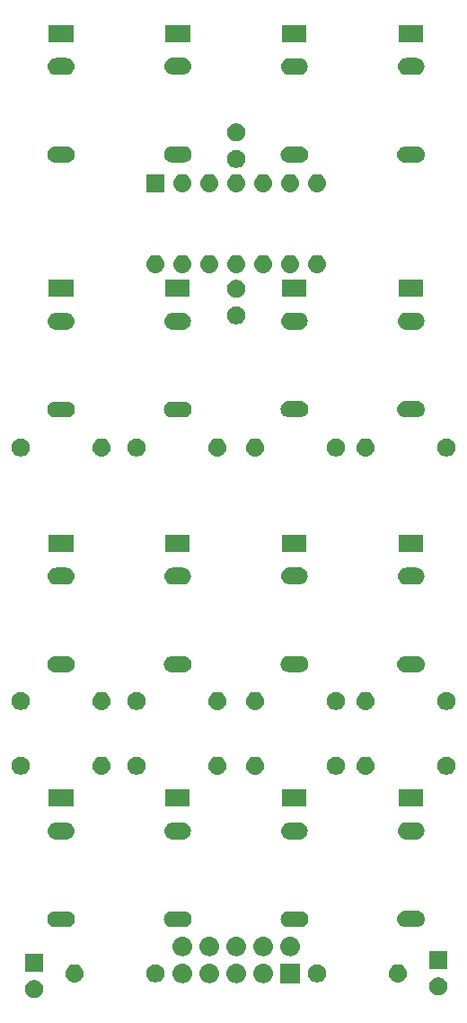
<source format=gbr>
G04 #@! TF.GenerationSoftware,KiCad,Pcbnew,(5.0.1)-4*
G04 #@! TF.CreationDate,2019-03-05T01:40:26-06:00*
G04 #@! TF.ProjectId,mult,6D756C742E6B696361645F7063620000,rev?*
G04 #@! TF.SameCoordinates,Original*
G04 #@! TF.FileFunction,Soldermask,Top*
G04 #@! TF.FilePolarity,Negative*
%FSLAX46Y46*%
G04 Gerber Fmt 4.6, Leading zero omitted, Abs format (unit mm)*
G04 Created by KiCad (PCBNEW (5.0.1)-4) date 3/5/2019 1:40:26*
%MOMM*%
%LPD*%
G01*
G04 APERTURE LIST*
%ADD10C,0.100000*%
G04 APERTURE END LIST*
D10*
G36*
X-171665772Y46093297D02*
X-171510900Y46029147D01*
X-171371519Y45936015D01*
X-171252985Y45817481D01*
X-171159853Y45678100D01*
X-171095703Y45523228D01*
X-171063000Y45358816D01*
X-171063000Y45191184D01*
X-171095703Y45026772D01*
X-171159853Y44871900D01*
X-171252985Y44732519D01*
X-171371519Y44613985D01*
X-171510900Y44520853D01*
X-171665772Y44456703D01*
X-171830184Y44424000D01*
X-171997816Y44424000D01*
X-172162228Y44456703D01*
X-172317100Y44520853D01*
X-172456481Y44613985D01*
X-172575015Y44732519D01*
X-172668147Y44871900D01*
X-172732297Y45026772D01*
X-172765000Y45191184D01*
X-172765000Y45358816D01*
X-172732297Y45523228D01*
X-172668147Y45678100D01*
X-172575015Y45817481D01*
X-172456481Y45936015D01*
X-172317100Y46029147D01*
X-172162228Y46093297D01*
X-171997816Y46126000D01*
X-171830184Y46126000D01*
X-171665772Y46093297D01*
X-171665772Y46093297D01*
G37*
G36*
X-133565772Y46347297D02*
X-133410900Y46283147D01*
X-133271519Y46190015D01*
X-133152985Y46071481D01*
X-133059853Y45932100D01*
X-132995703Y45777228D01*
X-132963000Y45612816D01*
X-132963000Y45445184D01*
X-132995703Y45280772D01*
X-133059853Y45125900D01*
X-133152985Y44986519D01*
X-133271519Y44867985D01*
X-133410900Y44774853D01*
X-133565772Y44710703D01*
X-133730184Y44678000D01*
X-133897816Y44678000D01*
X-134062228Y44710703D01*
X-134217100Y44774853D01*
X-134356481Y44867985D01*
X-134475015Y44986519D01*
X-134568147Y45125900D01*
X-134632297Y45280772D01*
X-134665000Y45445184D01*
X-134665000Y45612816D01*
X-134632297Y45777228D01*
X-134568147Y45932100D01*
X-134475015Y46071481D01*
X-134356481Y46190015D01*
X-134217100Y46283147D01*
X-134062228Y46347297D01*
X-133897816Y46380000D01*
X-133730184Y46380000D01*
X-133565772Y46347297D01*
X-133565772Y46347297D01*
G37*
G36*
X-155224706Y47660367D02*
X-155052306Y47608069D01*
X-155052304Y47608068D01*
X-154893417Y47523141D01*
X-154754151Y47408849D01*
X-154639859Y47269583D01*
X-154590907Y47178000D01*
X-154554931Y47110694D01*
X-154502633Y46938294D01*
X-154484975Y46759000D01*
X-154502633Y46579706D01*
X-154554931Y46407306D01*
X-154554932Y46407304D01*
X-154639859Y46248417D01*
X-154754151Y46109151D01*
X-154893417Y45994859D01*
X-155003508Y45936014D01*
X-155052306Y45909931D01*
X-155224706Y45857633D01*
X-155359069Y45844400D01*
X-155448931Y45844400D01*
X-155583294Y45857633D01*
X-155755694Y45909931D01*
X-155804492Y45936014D01*
X-155914583Y45994859D01*
X-156053849Y46109151D01*
X-156168141Y46248417D01*
X-156253068Y46407304D01*
X-156253069Y46407306D01*
X-156305367Y46579706D01*
X-156323025Y46759000D01*
X-156305367Y46938294D01*
X-156253069Y47110694D01*
X-156217093Y47178000D01*
X-156168141Y47269583D01*
X-156053849Y47408849D01*
X-155914583Y47523141D01*
X-155755696Y47608068D01*
X-155755694Y47608069D01*
X-155583294Y47660367D01*
X-155448931Y47673600D01*
X-155359069Y47673600D01*
X-155224706Y47660367D01*
X-155224706Y47660367D01*
G37*
G36*
X-157764706Y47660367D02*
X-157592306Y47608069D01*
X-157592304Y47608068D01*
X-157433417Y47523141D01*
X-157294151Y47408849D01*
X-157179859Y47269583D01*
X-157130907Y47178000D01*
X-157094931Y47110694D01*
X-157042633Y46938294D01*
X-157024975Y46759000D01*
X-157042633Y46579706D01*
X-157094931Y46407306D01*
X-157094932Y46407304D01*
X-157179859Y46248417D01*
X-157294151Y46109151D01*
X-157433417Y45994859D01*
X-157543508Y45936014D01*
X-157592306Y45909931D01*
X-157764706Y45857633D01*
X-157899069Y45844400D01*
X-157988931Y45844400D01*
X-158123294Y45857633D01*
X-158295694Y45909931D01*
X-158344492Y45936014D01*
X-158454583Y45994859D01*
X-158593849Y46109151D01*
X-158708141Y46248417D01*
X-158793068Y46407304D01*
X-158793069Y46407306D01*
X-158845367Y46579706D01*
X-158863025Y46759000D01*
X-158845367Y46938294D01*
X-158793069Y47110694D01*
X-158757093Y47178000D01*
X-158708141Y47269583D01*
X-158593849Y47408849D01*
X-158454583Y47523141D01*
X-158295696Y47608068D01*
X-158295694Y47608069D01*
X-158123294Y47660367D01*
X-157988931Y47673600D01*
X-157899069Y47673600D01*
X-157764706Y47660367D01*
X-157764706Y47660367D01*
G37*
G36*
X-150144706Y47660367D02*
X-149972306Y47608069D01*
X-149972304Y47608068D01*
X-149813417Y47523141D01*
X-149674151Y47408849D01*
X-149559859Y47269583D01*
X-149510907Y47178000D01*
X-149474931Y47110694D01*
X-149422633Y46938294D01*
X-149404975Y46759000D01*
X-149422633Y46579706D01*
X-149474931Y46407306D01*
X-149474932Y46407304D01*
X-149559859Y46248417D01*
X-149674151Y46109151D01*
X-149813417Y45994859D01*
X-149923508Y45936014D01*
X-149972306Y45909931D01*
X-150144706Y45857633D01*
X-150279069Y45844400D01*
X-150368931Y45844400D01*
X-150503294Y45857633D01*
X-150675694Y45909931D01*
X-150724492Y45936014D01*
X-150834583Y45994859D01*
X-150973849Y46109151D01*
X-151088141Y46248417D01*
X-151173068Y46407304D01*
X-151173069Y46407306D01*
X-151225367Y46579706D01*
X-151243025Y46759000D01*
X-151225367Y46938294D01*
X-151173069Y47110694D01*
X-151137093Y47178000D01*
X-151088141Y47269583D01*
X-150973849Y47408849D01*
X-150834583Y47523141D01*
X-150675696Y47608068D01*
X-150675694Y47608069D01*
X-150503294Y47660367D01*
X-150368931Y47673600D01*
X-150279069Y47673600D01*
X-150144706Y47660367D01*
X-150144706Y47660367D01*
G37*
G36*
X-146869400Y45844400D02*
X-148698600Y45844400D01*
X-148698600Y47673600D01*
X-146869400Y47673600D01*
X-146869400Y45844400D01*
X-146869400Y45844400D01*
G37*
G36*
X-152684706Y47660367D02*
X-152512306Y47608069D01*
X-152512304Y47608068D01*
X-152353417Y47523141D01*
X-152214151Y47408849D01*
X-152099859Y47269583D01*
X-152050907Y47178000D01*
X-152014931Y47110694D01*
X-151962633Y46938294D01*
X-151944975Y46759000D01*
X-151962633Y46579706D01*
X-152014931Y46407306D01*
X-152014932Y46407304D01*
X-152099859Y46248417D01*
X-152214151Y46109151D01*
X-152353417Y45994859D01*
X-152463508Y45936014D01*
X-152512306Y45909931D01*
X-152684706Y45857633D01*
X-152819069Y45844400D01*
X-152908931Y45844400D01*
X-153043294Y45857633D01*
X-153215694Y45909931D01*
X-153264492Y45936014D01*
X-153374583Y45994859D01*
X-153513849Y46109151D01*
X-153628141Y46248417D01*
X-153713068Y46407304D01*
X-153713069Y46407306D01*
X-153765367Y46579706D01*
X-153783025Y46759000D01*
X-153765367Y46938294D01*
X-153713069Y47110694D01*
X-153677093Y47178000D01*
X-153628141Y47269583D01*
X-153513849Y47408849D01*
X-153374583Y47523141D01*
X-153215696Y47608068D01*
X-153215694Y47608069D01*
X-153043294Y47660367D01*
X-152908931Y47673600D01*
X-152819069Y47673600D01*
X-152684706Y47660367D01*
X-152684706Y47660367D01*
G37*
G36*
X-167937179Y47597687D02*
X-167937176Y47597686D01*
X-167937175Y47597686D01*
X-167776761Y47549025D01*
X-167776759Y47549024D01*
X-167776756Y47549023D01*
X-167628922Y47470005D01*
X-167499341Y47363659D01*
X-167392995Y47234078D01*
X-167313977Y47086244D01*
X-167313976Y47086241D01*
X-167313975Y47086239D01*
X-167269096Y46938293D01*
X-167265313Y46925821D01*
X-167248883Y46759000D01*
X-167265313Y46592179D01*
X-167265314Y46592176D01*
X-167265314Y46592175D01*
X-167290007Y46510772D01*
X-167313977Y46431756D01*
X-167392995Y46283922D01*
X-167499341Y46154341D01*
X-167628922Y46047995D01*
X-167776756Y45968977D01*
X-167776759Y45968976D01*
X-167776761Y45968975D01*
X-167937175Y45920314D01*
X-167937176Y45920314D01*
X-167937179Y45920313D01*
X-168062196Y45908000D01*
X-168145804Y45908000D01*
X-168270821Y45920313D01*
X-168270824Y45920314D01*
X-168270825Y45920314D01*
X-168431239Y45968975D01*
X-168431241Y45968976D01*
X-168431244Y45968977D01*
X-168579078Y46047995D01*
X-168708659Y46154341D01*
X-168815005Y46283922D01*
X-168894023Y46431756D01*
X-168917992Y46510772D01*
X-168942686Y46592175D01*
X-168942686Y46592176D01*
X-168942687Y46592179D01*
X-168959117Y46759000D01*
X-168942687Y46925821D01*
X-168938904Y46938293D01*
X-168894025Y47086239D01*
X-168894024Y47086241D01*
X-168894023Y47086244D01*
X-168815005Y47234078D01*
X-168708659Y47363659D01*
X-168579078Y47470005D01*
X-168431244Y47549023D01*
X-168431241Y47549024D01*
X-168431239Y47549025D01*
X-168270825Y47597686D01*
X-168270824Y47597686D01*
X-168270821Y47597687D01*
X-168145804Y47610000D01*
X-168062196Y47610000D01*
X-167937179Y47597687D01*
X-167937179Y47597687D01*
G37*
G36*
X-137457179Y47597687D02*
X-137457176Y47597686D01*
X-137457175Y47597686D01*
X-137296761Y47549025D01*
X-137296759Y47549024D01*
X-137296756Y47549023D01*
X-137148922Y47470005D01*
X-137019341Y47363659D01*
X-136912995Y47234078D01*
X-136833977Y47086244D01*
X-136833976Y47086241D01*
X-136833975Y47086239D01*
X-136789096Y46938293D01*
X-136785313Y46925821D01*
X-136768883Y46759000D01*
X-136785313Y46592179D01*
X-136785314Y46592176D01*
X-136785314Y46592175D01*
X-136810007Y46510772D01*
X-136833977Y46431756D01*
X-136912995Y46283922D01*
X-137019341Y46154341D01*
X-137148922Y46047995D01*
X-137296756Y45968977D01*
X-137296759Y45968976D01*
X-137296761Y45968975D01*
X-137457175Y45920314D01*
X-137457176Y45920314D01*
X-137457179Y45920313D01*
X-137582196Y45908000D01*
X-137665804Y45908000D01*
X-137790821Y45920313D01*
X-137790824Y45920314D01*
X-137790825Y45920314D01*
X-137951239Y45968975D01*
X-137951241Y45968976D01*
X-137951244Y45968977D01*
X-138099078Y46047995D01*
X-138228659Y46154341D01*
X-138335005Y46283922D01*
X-138414023Y46431756D01*
X-138437992Y46510772D01*
X-138462686Y46592175D01*
X-138462686Y46592176D01*
X-138462687Y46592179D01*
X-138479117Y46759000D01*
X-138462687Y46925821D01*
X-138458904Y46938293D01*
X-138414025Y47086239D01*
X-138414024Y47086241D01*
X-138414023Y47086244D01*
X-138335005Y47234078D01*
X-138228659Y47363659D01*
X-138099078Y47470005D01*
X-137951244Y47549023D01*
X-137951241Y47549024D01*
X-137951239Y47549025D01*
X-137790825Y47597686D01*
X-137790824Y47597686D01*
X-137790821Y47597687D01*
X-137665804Y47610000D01*
X-137582196Y47610000D01*
X-137457179Y47597687D01*
X-137457179Y47597687D01*
G37*
G36*
X-144995772Y47577297D02*
X-144840900Y47513147D01*
X-144701519Y47420015D01*
X-144582985Y47301481D01*
X-144489853Y47162100D01*
X-144425703Y47007228D01*
X-144393000Y46842816D01*
X-144393000Y46675184D01*
X-144425703Y46510772D01*
X-144489853Y46355900D01*
X-144582985Y46216519D01*
X-144701519Y46097985D01*
X-144840900Y46004853D01*
X-144995772Y45940703D01*
X-145160184Y45908000D01*
X-145327816Y45908000D01*
X-145492228Y45940703D01*
X-145647100Y46004853D01*
X-145786481Y46097985D01*
X-145905015Y46216519D01*
X-145998147Y46355900D01*
X-146062297Y46510772D01*
X-146095000Y46675184D01*
X-146095000Y46842816D01*
X-146062297Y47007228D01*
X-145998147Y47162100D01*
X-145905015Y47301481D01*
X-145786481Y47420015D01*
X-145647100Y47513147D01*
X-145492228Y47577297D01*
X-145327816Y47610000D01*
X-145160184Y47610000D01*
X-144995772Y47577297D01*
X-144995772Y47577297D01*
G37*
G36*
X-160235772Y47577297D02*
X-160080900Y47513147D01*
X-159941519Y47420015D01*
X-159822985Y47301481D01*
X-159729853Y47162100D01*
X-159665703Y47007228D01*
X-159633000Y46842816D01*
X-159633000Y46675184D01*
X-159665703Y46510772D01*
X-159729853Y46355900D01*
X-159822985Y46216519D01*
X-159941519Y46097985D01*
X-160080900Y46004853D01*
X-160235772Y45940703D01*
X-160400184Y45908000D01*
X-160567816Y45908000D01*
X-160732228Y45940703D01*
X-160887100Y46004853D01*
X-161026481Y46097985D01*
X-161145015Y46216519D01*
X-161238147Y46355900D01*
X-161302297Y46510772D01*
X-161335000Y46675184D01*
X-161335000Y46842816D01*
X-161302297Y47007228D01*
X-161238147Y47162100D01*
X-161145015Y47301481D01*
X-161026481Y47420015D01*
X-160887100Y47513147D01*
X-160732228Y47577297D01*
X-160567816Y47610000D01*
X-160400184Y47610000D01*
X-160235772Y47577297D01*
X-160235772Y47577297D01*
G37*
G36*
X-171063000Y46924000D02*
X-172765000Y46924000D01*
X-172765000Y48626000D01*
X-171063000Y48626000D01*
X-171063000Y46924000D01*
X-171063000Y46924000D01*
G37*
G36*
X-132963000Y47178000D02*
X-134665000Y47178000D01*
X-134665000Y48880000D01*
X-132963000Y48880000D01*
X-132963000Y47178000D01*
X-132963000Y47178000D01*
G37*
G36*
X-155224706Y50200367D02*
X-155052306Y50148069D01*
X-155052304Y50148068D01*
X-154893417Y50063141D01*
X-154893415Y50063140D01*
X-154893416Y50063140D01*
X-154754151Y49948849D01*
X-154639860Y49809584D01*
X-154554931Y49650694D01*
X-154502633Y49478294D01*
X-154484975Y49299000D01*
X-154502633Y49119706D01*
X-154554931Y48947306D01*
X-154554932Y48947304D01*
X-154639859Y48788417D01*
X-154754151Y48649151D01*
X-154893417Y48534859D01*
X-155052304Y48449932D01*
X-155052306Y48449931D01*
X-155224706Y48397633D01*
X-155359069Y48384400D01*
X-155448931Y48384400D01*
X-155583294Y48397633D01*
X-155755694Y48449931D01*
X-155755696Y48449932D01*
X-155914583Y48534859D01*
X-156053849Y48649151D01*
X-156168141Y48788417D01*
X-156253068Y48947304D01*
X-156253069Y48947306D01*
X-156305367Y49119706D01*
X-156323025Y49299000D01*
X-156305367Y49478294D01*
X-156253069Y49650694D01*
X-156168140Y49809584D01*
X-156053849Y49948849D01*
X-155914584Y50063140D01*
X-155914585Y50063140D01*
X-155914583Y50063141D01*
X-155755696Y50148068D01*
X-155755694Y50148069D01*
X-155583294Y50200367D01*
X-155448931Y50213600D01*
X-155359069Y50213600D01*
X-155224706Y50200367D01*
X-155224706Y50200367D01*
G37*
G36*
X-150144706Y50200367D02*
X-149972306Y50148069D01*
X-149972304Y50148068D01*
X-149813417Y50063141D01*
X-149813415Y50063140D01*
X-149813416Y50063140D01*
X-149674151Y49948849D01*
X-149559860Y49809584D01*
X-149474931Y49650694D01*
X-149422633Y49478294D01*
X-149404975Y49299000D01*
X-149422633Y49119706D01*
X-149474931Y48947306D01*
X-149474932Y48947304D01*
X-149559859Y48788417D01*
X-149674151Y48649151D01*
X-149813417Y48534859D01*
X-149972304Y48449932D01*
X-149972306Y48449931D01*
X-150144706Y48397633D01*
X-150279069Y48384400D01*
X-150368931Y48384400D01*
X-150503294Y48397633D01*
X-150675694Y48449931D01*
X-150675696Y48449932D01*
X-150834583Y48534859D01*
X-150973849Y48649151D01*
X-151088141Y48788417D01*
X-151173068Y48947304D01*
X-151173069Y48947306D01*
X-151225367Y49119706D01*
X-151243025Y49299000D01*
X-151225367Y49478294D01*
X-151173069Y49650694D01*
X-151088140Y49809584D01*
X-150973849Y49948849D01*
X-150834584Y50063140D01*
X-150834585Y50063140D01*
X-150834583Y50063141D01*
X-150675696Y50148068D01*
X-150675694Y50148069D01*
X-150503294Y50200367D01*
X-150368931Y50213600D01*
X-150279069Y50213600D01*
X-150144706Y50200367D01*
X-150144706Y50200367D01*
G37*
G36*
X-147604706Y50200367D02*
X-147432306Y50148069D01*
X-147432304Y50148068D01*
X-147273417Y50063141D01*
X-147273415Y50063140D01*
X-147273416Y50063140D01*
X-147134151Y49948849D01*
X-147019860Y49809584D01*
X-146934931Y49650694D01*
X-146882633Y49478294D01*
X-146864975Y49299000D01*
X-146882633Y49119706D01*
X-146934931Y48947306D01*
X-146934932Y48947304D01*
X-147019859Y48788417D01*
X-147134151Y48649151D01*
X-147273417Y48534859D01*
X-147432304Y48449932D01*
X-147432306Y48449931D01*
X-147604706Y48397633D01*
X-147739069Y48384400D01*
X-147828931Y48384400D01*
X-147963294Y48397633D01*
X-148135694Y48449931D01*
X-148135696Y48449932D01*
X-148294583Y48534859D01*
X-148433849Y48649151D01*
X-148548141Y48788417D01*
X-148633068Y48947304D01*
X-148633069Y48947306D01*
X-148685367Y49119706D01*
X-148703025Y49299000D01*
X-148685367Y49478294D01*
X-148633069Y49650694D01*
X-148548140Y49809584D01*
X-148433849Y49948849D01*
X-148294584Y50063140D01*
X-148294585Y50063140D01*
X-148294583Y50063141D01*
X-148135696Y50148068D01*
X-148135694Y50148069D01*
X-147963294Y50200367D01*
X-147828931Y50213600D01*
X-147739069Y50213600D01*
X-147604706Y50200367D01*
X-147604706Y50200367D01*
G37*
G36*
X-152684706Y50200367D02*
X-152512306Y50148069D01*
X-152512304Y50148068D01*
X-152353417Y50063141D01*
X-152353415Y50063140D01*
X-152353416Y50063140D01*
X-152214151Y49948849D01*
X-152099860Y49809584D01*
X-152014931Y49650694D01*
X-151962633Y49478294D01*
X-151944975Y49299000D01*
X-151962633Y49119706D01*
X-152014931Y48947306D01*
X-152014932Y48947304D01*
X-152099859Y48788417D01*
X-152214151Y48649151D01*
X-152353417Y48534859D01*
X-152512304Y48449932D01*
X-152512306Y48449931D01*
X-152684706Y48397633D01*
X-152819069Y48384400D01*
X-152908931Y48384400D01*
X-153043294Y48397633D01*
X-153215694Y48449931D01*
X-153215696Y48449932D01*
X-153374583Y48534859D01*
X-153513849Y48649151D01*
X-153628141Y48788417D01*
X-153713068Y48947304D01*
X-153713069Y48947306D01*
X-153765367Y49119706D01*
X-153783025Y49299000D01*
X-153765367Y49478294D01*
X-153713069Y49650694D01*
X-153628140Y49809584D01*
X-153513849Y49948849D01*
X-153374584Y50063140D01*
X-153374585Y50063140D01*
X-153374583Y50063141D01*
X-153215696Y50148068D01*
X-153215694Y50148069D01*
X-153043294Y50200367D01*
X-152908931Y50213600D01*
X-152819069Y50213600D01*
X-152684706Y50200367D01*
X-152684706Y50200367D01*
G37*
G36*
X-157764706Y50200367D02*
X-157592306Y50148069D01*
X-157592304Y50148068D01*
X-157433417Y50063141D01*
X-157433415Y50063140D01*
X-157433416Y50063140D01*
X-157294151Y49948849D01*
X-157179860Y49809584D01*
X-157094931Y49650694D01*
X-157042633Y49478294D01*
X-157024975Y49299000D01*
X-157042633Y49119706D01*
X-157094931Y48947306D01*
X-157094932Y48947304D01*
X-157179859Y48788417D01*
X-157294151Y48649151D01*
X-157433417Y48534859D01*
X-157592304Y48449932D01*
X-157592306Y48449931D01*
X-157764706Y48397633D01*
X-157899069Y48384400D01*
X-157988931Y48384400D01*
X-158123294Y48397633D01*
X-158295694Y48449931D01*
X-158295696Y48449932D01*
X-158454583Y48534859D01*
X-158593849Y48649151D01*
X-158708141Y48788417D01*
X-158793068Y48947304D01*
X-158793069Y48947306D01*
X-158845367Y49119706D01*
X-158863025Y49299000D01*
X-158845367Y49478294D01*
X-158793069Y49650694D01*
X-158708140Y49809584D01*
X-158593849Y49948849D01*
X-158454584Y50063140D01*
X-158454585Y50063140D01*
X-158454583Y50063141D01*
X-158295696Y50148068D01*
X-158295694Y50148069D01*
X-158123294Y50200367D01*
X-157988931Y50213600D01*
X-157899069Y50213600D01*
X-157764706Y50200367D01*
X-157764706Y50200367D01*
G37*
G36*
X-157764835Y52616378D02*
X-157691278Y52609133D01*
X-157549714Y52566190D01*
X-157419248Y52496454D01*
X-157304894Y52402606D01*
X-157211046Y52288252D01*
X-157141310Y52157786D01*
X-157098367Y52016222D01*
X-157083867Y51869000D01*
X-157098367Y51721778D01*
X-157141310Y51580214D01*
X-157211046Y51449748D01*
X-157304894Y51335394D01*
X-157419248Y51241546D01*
X-157549714Y51171810D01*
X-157691278Y51128867D01*
X-157764835Y51121622D01*
X-157801612Y51118000D01*
X-158975388Y51118000D01*
X-159012165Y51121622D01*
X-159085722Y51128867D01*
X-159227286Y51171810D01*
X-159357752Y51241546D01*
X-159472106Y51335394D01*
X-159565954Y51449748D01*
X-159635690Y51580214D01*
X-159678633Y51721778D01*
X-159693133Y51869000D01*
X-159678633Y52016222D01*
X-159635690Y52157786D01*
X-159565954Y52288252D01*
X-159472106Y52402606D01*
X-159357752Y52496454D01*
X-159227286Y52566190D01*
X-159085722Y52609133D01*
X-159012165Y52616378D01*
X-158975388Y52620000D01*
X-157801612Y52620000D01*
X-157764835Y52616378D01*
X-157764835Y52616378D01*
G37*
G36*
X-168750335Y52616378D02*
X-168676778Y52609133D01*
X-168535214Y52566190D01*
X-168404748Y52496454D01*
X-168290394Y52402606D01*
X-168196546Y52288252D01*
X-168126810Y52157786D01*
X-168083867Y52016222D01*
X-168069367Y51869000D01*
X-168083867Y51721778D01*
X-168126810Y51580214D01*
X-168196546Y51449748D01*
X-168290394Y51335394D01*
X-168404748Y51241546D01*
X-168535214Y51171810D01*
X-168676778Y51128867D01*
X-168750335Y51121622D01*
X-168787112Y51118000D01*
X-169960888Y51118000D01*
X-169997665Y51121622D01*
X-170071222Y51128867D01*
X-170212786Y51171810D01*
X-170343252Y51241546D01*
X-170457606Y51335394D01*
X-170551454Y51449748D01*
X-170621190Y51580214D01*
X-170664133Y51721778D01*
X-170678633Y51869000D01*
X-170664133Y52016222D01*
X-170621190Y52157786D01*
X-170551454Y52288252D01*
X-170457606Y52402606D01*
X-170343252Y52496454D01*
X-170212786Y52566190D01*
X-170071222Y52609133D01*
X-169997665Y52616378D01*
X-169960888Y52620000D01*
X-168787112Y52620000D01*
X-168750335Y52616378D01*
X-168750335Y52616378D01*
G37*
G36*
X-146753935Y52616378D02*
X-146680378Y52609133D01*
X-146538814Y52566190D01*
X-146408348Y52496454D01*
X-146293994Y52402606D01*
X-146200146Y52288252D01*
X-146130410Y52157786D01*
X-146087467Y52016222D01*
X-146072967Y51869000D01*
X-146087467Y51721778D01*
X-146130410Y51580214D01*
X-146200146Y51449748D01*
X-146293994Y51335394D01*
X-146408348Y51241546D01*
X-146538814Y51171810D01*
X-146680378Y51128867D01*
X-146753935Y51121622D01*
X-146790712Y51118000D01*
X-147964488Y51118000D01*
X-148001265Y51121622D01*
X-148074822Y51128867D01*
X-148216386Y51171810D01*
X-148346852Y51241546D01*
X-148461206Y51335394D01*
X-148555054Y51449748D01*
X-148624790Y51580214D01*
X-148667733Y51721778D01*
X-148682233Y51869000D01*
X-148667733Y52016222D01*
X-148624790Y52157786D01*
X-148555054Y52288252D01*
X-148461206Y52402606D01*
X-148346852Y52496454D01*
X-148216386Y52566190D01*
X-148074822Y52609133D01*
X-148001265Y52616378D01*
X-147964488Y52620000D01*
X-146790712Y52620000D01*
X-146753935Y52616378D01*
X-146753935Y52616378D01*
G37*
G36*
X-135755735Y52629078D02*
X-135682178Y52621833D01*
X-135540614Y52578890D01*
X-135410148Y52509154D01*
X-135295794Y52415306D01*
X-135201946Y52300952D01*
X-135132210Y52170486D01*
X-135089267Y52028922D01*
X-135074767Y51881700D01*
X-135089267Y51734478D01*
X-135132210Y51592914D01*
X-135201946Y51462448D01*
X-135295794Y51348094D01*
X-135410148Y51254246D01*
X-135540614Y51184510D01*
X-135682178Y51141567D01*
X-135755735Y51134322D01*
X-135792512Y51130700D01*
X-136966288Y51130700D01*
X-137003065Y51134322D01*
X-137076622Y51141567D01*
X-137218186Y51184510D01*
X-137348652Y51254246D01*
X-137463006Y51348094D01*
X-137556854Y51462448D01*
X-137626590Y51592914D01*
X-137669533Y51734478D01*
X-137684033Y51881700D01*
X-137669533Y52028922D01*
X-137626590Y52170486D01*
X-137556854Y52300952D01*
X-137463006Y52415306D01*
X-137348652Y52509154D01*
X-137218186Y52578890D01*
X-137076622Y52621833D01*
X-137003065Y52629078D01*
X-136966288Y52632700D01*
X-135792512Y52632700D01*
X-135755735Y52629078D01*
X-135755735Y52629078D01*
G37*
G36*
X-168766975Y60958410D02*
X-168615988Y60912608D01*
X-168476835Y60838230D01*
X-168354867Y60738133D01*
X-168254770Y60616165D01*
X-168180392Y60477012D01*
X-168134590Y60326025D01*
X-168119125Y60169000D01*
X-168134590Y60011975D01*
X-168180392Y59860988D01*
X-168254770Y59721835D01*
X-168354867Y59599867D01*
X-168476835Y59499770D01*
X-168615988Y59425392D01*
X-168766975Y59379590D01*
X-168884654Y59368000D01*
X-169863346Y59368000D01*
X-169981025Y59379590D01*
X-170132012Y59425392D01*
X-170271165Y59499770D01*
X-170393133Y59599867D01*
X-170493230Y59721835D01*
X-170567608Y59860988D01*
X-170613410Y60011975D01*
X-170628875Y60169000D01*
X-170613410Y60326025D01*
X-170567608Y60477012D01*
X-170493230Y60616165D01*
X-170393133Y60738133D01*
X-170271165Y60838230D01*
X-170132012Y60912608D01*
X-169981025Y60958410D01*
X-169863346Y60970000D01*
X-168884654Y60970000D01*
X-168766975Y60958410D01*
X-168766975Y60958410D01*
G37*
G36*
X-157781475Y60958410D02*
X-157630488Y60912608D01*
X-157491335Y60838230D01*
X-157369367Y60738133D01*
X-157269270Y60616165D01*
X-157194892Y60477012D01*
X-157149090Y60326025D01*
X-157133625Y60169000D01*
X-157149090Y60011975D01*
X-157194892Y59860988D01*
X-157269270Y59721835D01*
X-157369367Y59599867D01*
X-157491335Y59499770D01*
X-157630488Y59425392D01*
X-157781475Y59379590D01*
X-157899154Y59368000D01*
X-158877846Y59368000D01*
X-158995525Y59379590D01*
X-159146512Y59425392D01*
X-159285665Y59499770D01*
X-159407633Y59599867D01*
X-159507730Y59721835D01*
X-159582108Y59860988D01*
X-159627910Y60011975D01*
X-159643375Y60169000D01*
X-159627910Y60326025D01*
X-159582108Y60477012D01*
X-159507730Y60616165D01*
X-159407633Y60738133D01*
X-159285665Y60838230D01*
X-159146512Y60912608D01*
X-158995525Y60958410D01*
X-158877846Y60970000D01*
X-157899154Y60970000D01*
X-157781475Y60958410D01*
X-157781475Y60958410D01*
G37*
G36*
X-146770575Y60958410D02*
X-146619588Y60912608D01*
X-146480435Y60838230D01*
X-146358467Y60738133D01*
X-146258370Y60616165D01*
X-146183992Y60477012D01*
X-146138190Y60326025D01*
X-146122725Y60169000D01*
X-146138190Y60011975D01*
X-146183992Y59860988D01*
X-146258370Y59721835D01*
X-146358467Y59599867D01*
X-146480435Y59499770D01*
X-146619588Y59425392D01*
X-146770575Y59379590D01*
X-146888254Y59368000D01*
X-147866946Y59368000D01*
X-147984625Y59379590D01*
X-148135612Y59425392D01*
X-148274765Y59499770D01*
X-148396733Y59599867D01*
X-148496830Y59721835D01*
X-148571208Y59860988D01*
X-148617010Y60011975D01*
X-148632475Y60169000D01*
X-148617010Y60326025D01*
X-148571208Y60477012D01*
X-148496830Y60616165D01*
X-148396733Y60738133D01*
X-148274765Y60838230D01*
X-148135612Y60912608D01*
X-147984625Y60958410D01*
X-147866946Y60970000D01*
X-146888254Y60970000D01*
X-146770575Y60958410D01*
X-146770575Y60958410D01*
G37*
G36*
X-135772375Y60971110D02*
X-135621388Y60925308D01*
X-135482235Y60850930D01*
X-135360267Y60750833D01*
X-135260170Y60628865D01*
X-135185792Y60489712D01*
X-135139990Y60338725D01*
X-135124525Y60181700D01*
X-135139990Y60024675D01*
X-135185792Y59873688D01*
X-135260170Y59734535D01*
X-135360267Y59612567D01*
X-135482235Y59512470D01*
X-135621388Y59438092D01*
X-135772375Y59392290D01*
X-135890054Y59380700D01*
X-136868746Y59380700D01*
X-136986425Y59392290D01*
X-137137412Y59438092D01*
X-137276565Y59512470D01*
X-137398533Y59612567D01*
X-137498630Y59734535D01*
X-137573008Y59873688D01*
X-137618810Y60024675D01*
X-137634275Y60181700D01*
X-137618810Y60338725D01*
X-137573008Y60489712D01*
X-137498630Y60628865D01*
X-137398533Y60750833D01*
X-137276565Y60850930D01*
X-137137412Y60925308D01*
X-136986425Y60971110D01*
X-136868746Y60982700D01*
X-135890054Y60982700D01*
X-135772375Y60971110D01*
X-135772375Y60971110D01*
G37*
G36*
X-168223000Y62468000D02*
X-170525000Y62468000D01*
X-170525000Y64070000D01*
X-168223000Y64070000D01*
X-168223000Y62468000D01*
X-168223000Y62468000D01*
G37*
G36*
X-157237500Y62468000D02*
X-159539500Y62468000D01*
X-159539500Y64070000D01*
X-157237500Y64070000D01*
X-157237500Y62468000D01*
X-157237500Y62468000D01*
G37*
G36*
X-146226600Y62468000D02*
X-148528600Y62468000D01*
X-148528600Y64070000D01*
X-146226600Y64070000D01*
X-146226600Y62468000D01*
X-146226600Y62468000D01*
G37*
G36*
X-135228400Y62480700D02*
X-137530400Y62480700D01*
X-137530400Y64082700D01*
X-135228400Y64082700D01*
X-135228400Y62480700D01*
X-135228400Y62480700D01*
G37*
G36*
X-143217772Y67135297D02*
X-143062900Y67071147D01*
X-142923519Y66978015D01*
X-142804985Y66859481D01*
X-142711853Y66720100D01*
X-142647703Y66565228D01*
X-142615000Y66400816D01*
X-142615000Y66233184D01*
X-142647703Y66068772D01*
X-142711853Y65913900D01*
X-142804985Y65774519D01*
X-142923519Y65655985D01*
X-143062900Y65562853D01*
X-143217772Y65498703D01*
X-143382184Y65466000D01*
X-143549816Y65466000D01*
X-143714228Y65498703D01*
X-143869100Y65562853D01*
X-144008481Y65655985D01*
X-144127015Y65774519D01*
X-144220147Y65913900D01*
X-144284297Y66068772D01*
X-144317000Y66233184D01*
X-144317000Y66400816D01*
X-144284297Y66565228D01*
X-144220147Y66720100D01*
X-144127015Y66859481D01*
X-144008481Y66978015D01*
X-143869100Y67071147D01*
X-143714228Y67135297D01*
X-143549816Y67168000D01*
X-143382184Y67168000D01*
X-143217772Y67135297D01*
X-143217772Y67135297D01*
G37*
G36*
X-140505179Y67155687D02*
X-140505176Y67155686D01*
X-140505175Y67155686D01*
X-140344761Y67107025D01*
X-140344759Y67107024D01*
X-140344756Y67107023D01*
X-140196922Y67028005D01*
X-140067341Y66921659D01*
X-139960995Y66792078D01*
X-139881977Y66644244D01*
X-139881976Y66644241D01*
X-139881975Y66644239D01*
X-139833314Y66483825D01*
X-139833313Y66483821D01*
X-139816883Y66317000D01*
X-139833313Y66150179D01*
X-139833314Y66150176D01*
X-139833314Y66150175D01*
X-139858007Y66068772D01*
X-139881977Y65989756D01*
X-139960995Y65841922D01*
X-140067341Y65712341D01*
X-140196922Y65605995D01*
X-140344756Y65526977D01*
X-140344759Y65526976D01*
X-140344761Y65526975D01*
X-140505175Y65478314D01*
X-140505176Y65478314D01*
X-140505179Y65478313D01*
X-140630196Y65466000D01*
X-140713804Y65466000D01*
X-140838821Y65478313D01*
X-140838824Y65478314D01*
X-140838825Y65478314D01*
X-140999239Y65526975D01*
X-140999241Y65526976D01*
X-140999244Y65526977D01*
X-141147078Y65605995D01*
X-141276659Y65712341D01*
X-141383005Y65841922D01*
X-141462023Y65989756D01*
X-141485992Y66068772D01*
X-141510686Y66150175D01*
X-141510686Y66150176D01*
X-141510687Y66150179D01*
X-141527117Y66317000D01*
X-141510687Y66483821D01*
X-141510686Y66483825D01*
X-141462025Y66644239D01*
X-141462024Y66644241D01*
X-141462023Y66644244D01*
X-141383005Y66792078D01*
X-141276659Y66921659D01*
X-141147078Y67028005D01*
X-140999244Y67107023D01*
X-140999241Y67107024D01*
X-140999239Y67107025D01*
X-140838825Y67155686D01*
X-140838824Y67155686D01*
X-140838821Y67155687D01*
X-140713804Y67168000D01*
X-140630196Y67168000D01*
X-140505179Y67155687D01*
X-140505179Y67155687D01*
G37*
G36*
X-132803772Y67135297D02*
X-132648900Y67071147D01*
X-132509519Y66978015D01*
X-132390985Y66859481D01*
X-132297853Y66720100D01*
X-132233703Y66565228D01*
X-132201000Y66400816D01*
X-132201000Y66233184D01*
X-132233703Y66068772D01*
X-132297853Y65913900D01*
X-132390985Y65774519D01*
X-132509519Y65655985D01*
X-132648900Y65562853D01*
X-132803772Y65498703D01*
X-132968184Y65466000D01*
X-133135816Y65466000D01*
X-133300228Y65498703D01*
X-133455100Y65562853D01*
X-133594481Y65655985D01*
X-133713015Y65774519D01*
X-133806147Y65913900D01*
X-133870297Y66068772D01*
X-133903000Y66233184D01*
X-133903000Y66400816D01*
X-133870297Y66565228D01*
X-133806147Y66720100D01*
X-133713015Y66859481D01*
X-133594481Y66978015D01*
X-133455100Y67071147D01*
X-133300228Y67135297D01*
X-133135816Y67168000D01*
X-132968184Y67168000D01*
X-132803772Y67135297D01*
X-132803772Y67135297D01*
G37*
G36*
X-172935772Y67135297D02*
X-172780900Y67071147D01*
X-172641519Y66978015D01*
X-172522985Y66859481D01*
X-172429853Y66720100D01*
X-172365703Y66565228D01*
X-172333000Y66400816D01*
X-172333000Y66233184D01*
X-172365703Y66068772D01*
X-172429853Y65913900D01*
X-172522985Y65774519D01*
X-172641519Y65655985D01*
X-172780900Y65562853D01*
X-172935772Y65498703D01*
X-173100184Y65466000D01*
X-173267816Y65466000D01*
X-173432228Y65498703D01*
X-173587100Y65562853D01*
X-173726481Y65655985D01*
X-173845015Y65774519D01*
X-173938147Y65913900D01*
X-174002297Y66068772D01*
X-174035000Y66233184D01*
X-174035000Y66400816D01*
X-174002297Y66565228D01*
X-173938147Y66720100D01*
X-173845015Y66859481D01*
X-173726481Y66978015D01*
X-173587100Y67071147D01*
X-173432228Y67135297D01*
X-173267816Y67168000D01*
X-173100184Y67168000D01*
X-172935772Y67135297D01*
X-172935772Y67135297D01*
G37*
G36*
X-165397179Y67155687D02*
X-165397176Y67155686D01*
X-165397175Y67155686D01*
X-165236761Y67107025D01*
X-165236759Y67107024D01*
X-165236756Y67107023D01*
X-165088922Y67028005D01*
X-164959341Y66921659D01*
X-164852995Y66792078D01*
X-164773977Y66644244D01*
X-164773976Y66644241D01*
X-164773975Y66644239D01*
X-164725314Y66483825D01*
X-164725313Y66483821D01*
X-164708883Y66317000D01*
X-164725313Y66150179D01*
X-164725314Y66150176D01*
X-164725314Y66150175D01*
X-164750007Y66068772D01*
X-164773977Y65989756D01*
X-164852995Y65841922D01*
X-164959341Y65712341D01*
X-165088922Y65605995D01*
X-165236756Y65526977D01*
X-165236759Y65526976D01*
X-165236761Y65526975D01*
X-165397175Y65478314D01*
X-165397176Y65478314D01*
X-165397179Y65478313D01*
X-165522196Y65466000D01*
X-165605804Y65466000D01*
X-165730821Y65478313D01*
X-165730824Y65478314D01*
X-165730825Y65478314D01*
X-165891239Y65526975D01*
X-165891241Y65526976D01*
X-165891244Y65526977D01*
X-166039078Y65605995D01*
X-166168659Y65712341D01*
X-166275005Y65841922D01*
X-166354023Y65989756D01*
X-166377992Y66068772D01*
X-166402686Y66150175D01*
X-166402686Y66150176D01*
X-166402687Y66150179D01*
X-166419117Y66317000D01*
X-166402687Y66483821D01*
X-166402686Y66483825D01*
X-166354025Y66644239D01*
X-166354024Y66644241D01*
X-166354023Y66644244D01*
X-166275005Y66792078D01*
X-166168659Y66921659D01*
X-166039078Y67028005D01*
X-165891244Y67107023D01*
X-165891241Y67107024D01*
X-165891239Y67107025D01*
X-165730825Y67155686D01*
X-165730824Y67155686D01*
X-165730821Y67155687D01*
X-165605804Y67168000D01*
X-165522196Y67168000D01*
X-165397179Y67155687D01*
X-165397179Y67155687D01*
G37*
G36*
X-154475179Y67155687D02*
X-154475176Y67155686D01*
X-154475175Y67155686D01*
X-154314761Y67107025D01*
X-154314759Y67107024D01*
X-154314756Y67107023D01*
X-154166922Y67028005D01*
X-154037341Y66921659D01*
X-153930995Y66792078D01*
X-153851977Y66644244D01*
X-153851976Y66644241D01*
X-153851975Y66644239D01*
X-153803314Y66483825D01*
X-153803313Y66483821D01*
X-153786883Y66317000D01*
X-153803313Y66150179D01*
X-153803314Y66150176D01*
X-153803314Y66150175D01*
X-153828007Y66068772D01*
X-153851977Y65989756D01*
X-153930995Y65841922D01*
X-154037341Y65712341D01*
X-154166922Y65605995D01*
X-154314756Y65526977D01*
X-154314759Y65526976D01*
X-154314761Y65526975D01*
X-154475175Y65478314D01*
X-154475176Y65478314D01*
X-154475179Y65478313D01*
X-154600196Y65466000D01*
X-154683804Y65466000D01*
X-154808821Y65478313D01*
X-154808824Y65478314D01*
X-154808825Y65478314D01*
X-154969239Y65526975D01*
X-154969241Y65526976D01*
X-154969244Y65526977D01*
X-155117078Y65605995D01*
X-155246659Y65712341D01*
X-155353005Y65841922D01*
X-155432023Y65989756D01*
X-155455992Y66068772D01*
X-155480686Y66150175D01*
X-155480686Y66150176D01*
X-155480687Y66150179D01*
X-155497117Y66317000D01*
X-155480687Y66483821D01*
X-155480686Y66483825D01*
X-155432025Y66644239D01*
X-155432024Y66644241D01*
X-155432023Y66644244D01*
X-155353005Y66792078D01*
X-155246659Y66921659D01*
X-155117078Y67028005D01*
X-154969244Y67107023D01*
X-154969241Y67107024D01*
X-154969239Y67107025D01*
X-154808825Y67155686D01*
X-154808824Y67155686D01*
X-154808821Y67155687D01*
X-154683804Y67168000D01*
X-154600196Y67168000D01*
X-154475179Y67155687D01*
X-154475179Y67155687D01*
G37*
G36*
X-162013772Y67135297D02*
X-161858900Y67071147D01*
X-161719519Y66978015D01*
X-161600985Y66859481D01*
X-161507853Y66720100D01*
X-161443703Y66565228D01*
X-161411000Y66400816D01*
X-161411000Y66233184D01*
X-161443703Y66068772D01*
X-161507853Y65913900D01*
X-161600985Y65774519D01*
X-161719519Y65655985D01*
X-161858900Y65562853D01*
X-162013772Y65498703D01*
X-162178184Y65466000D01*
X-162345816Y65466000D01*
X-162510228Y65498703D01*
X-162665100Y65562853D01*
X-162804481Y65655985D01*
X-162923015Y65774519D01*
X-163016147Y65913900D01*
X-163080297Y66068772D01*
X-163113000Y66233184D01*
X-163113000Y66400816D01*
X-163080297Y66565228D01*
X-163016147Y66720100D01*
X-162923015Y66859481D01*
X-162804481Y66978015D01*
X-162665100Y67071147D01*
X-162510228Y67135297D01*
X-162345816Y67168000D01*
X-162178184Y67168000D01*
X-162013772Y67135297D01*
X-162013772Y67135297D01*
G37*
G36*
X-150919179Y67155687D02*
X-150919176Y67155686D01*
X-150919175Y67155686D01*
X-150758761Y67107025D01*
X-150758759Y67107024D01*
X-150758756Y67107023D01*
X-150610922Y67028005D01*
X-150481341Y66921659D01*
X-150374995Y66792078D01*
X-150295977Y66644244D01*
X-150295976Y66644241D01*
X-150295975Y66644239D01*
X-150247314Y66483825D01*
X-150247313Y66483821D01*
X-150230883Y66317000D01*
X-150247313Y66150179D01*
X-150247314Y66150176D01*
X-150247314Y66150175D01*
X-150272007Y66068772D01*
X-150295977Y65989756D01*
X-150374995Y65841922D01*
X-150481341Y65712341D01*
X-150610922Y65605995D01*
X-150758756Y65526977D01*
X-150758759Y65526976D01*
X-150758761Y65526975D01*
X-150919175Y65478314D01*
X-150919176Y65478314D01*
X-150919179Y65478313D01*
X-151044196Y65466000D01*
X-151127804Y65466000D01*
X-151252821Y65478313D01*
X-151252824Y65478314D01*
X-151252825Y65478314D01*
X-151413239Y65526975D01*
X-151413241Y65526976D01*
X-151413244Y65526977D01*
X-151561078Y65605995D01*
X-151690659Y65712341D01*
X-151797005Y65841922D01*
X-151876023Y65989756D01*
X-151899992Y66068772D01*
X-151924686Y66150175D01*
X-151924686Y66150176D01*
X-151924687Y66150179D01*
X-151941117Y66317000D01*
X-151924687Y66483821D01*
X-151924686Y66483825D01*
X-151876025Y66644239D01*
X-151876024Y66644241D01*
X-151876023Y66644244D01*
X-151797005Y66792078D01*
X-151690659Y66921659D01*
X-151561078Y67028005D01*
X-151413244Y67107023D01*
X-151413241Y67107024D01*
X-151413239Y67107025D01*
X-151252825Y67155686D01*
X-151252824Y67155686D01*
X-151252821Y67155687D01*
X-151127804Y67168000D01*
X-151044196Y67168000D01*
X-150919179Y67155687D01*
X-150919179Y67155687D01*
G37*
G36*
X-150919179Y73251687D02*
X-150919176Y73251686D01*
X-150919175Y73251686D01*
X-150758761Y73203025D01*
X-150758759Y73203024D01*
X-150758756Y73203023D01*
X-150610922Y73124005D01*
X-150481341Y73017659D01*
X-150374995Y72888078D01*
X-150295977Y72740244D01*
X-150295976Y72740241D01*
X-150295975Y72740239D01*
X-150247314Y72579825D01*
X-150247313Y72579821D01*
X-150230883Y72413000D01*
X-150247313Y72246179D01*
X-150247314Y72246176D01*
X-150247314Y72246175D01*
X-150272007Y72164772D01*
X-150295977Y72085756D01*
X-150374995Y71937922D01*
X-150481341Y71808341D01*
X-150610922Y71701995D01*
X-150758756Y71622977D01*
X-150758759Y71622976D01*
X-150758761Y71622975D01*
X-150919175Y71574314D01*
X-150919176Y71574314D01*
X-150919179Y71574313D01*
X-151044196Y71562000D01*
X-151127804Y71562000D01*
X-151252821Y71574313D01*
X-151252824Y71574314D01*
X-151252825Y71574314D01*
X-151413239Y71622975D01*
X-151413241Y71622976D01*
X-151413244Y71622977D01*
X-151561078Y71701995D01*
X-151690659Y71808341D01*
X-151797005Y71937922D01*
X-151876023Y72085756D01*
X-151899992Y72164772D01*
X-151924686Y72246175D01*
X-151924686Y72246176D01*
X-151924687Y72246179D01*
X-151941117Y72413000D01*
X-151924687Y72579821D01*
X-151924686Y72579825D01*
X-151876025Y72740239D01*
X-151876024Y72740241D01*
X-151876023Y72740244D01*
X-151797005Y72888078D01*
X-151690659Y73017659D01*
X-151561078Y73124005D01*
X-151413244Y73203023D01*
X-151413241Y73203024D01*
X-151413239Y73203025D01*
X-151252825Y73251686D01*
X-151252824Y73251686D01*
X-151252821Y73251687D01*
X-151127804Y73264000D01*
X-151044196Y73264000D01*
X-150919179Y73251687D01*
X-150919179Y73251687D01*
G37*
G36*
X-140505179Y73251687D02*
X-140505176Y73251686D01*
X-140505175Y73251686D01*
X-140344761Y73203025D01*
X-140344759Y73203024D01*
X-140344756Y73203023D01*
X-140196922Y73124005D01*
X-140067341Y73017659D01*
X-139960995Y72888078D01*
X-139881977Y72740244D01*
X-139881976Y72740241D01*
X-139881975Y72740239D01*
X-139833314Y72579825D01*
X-139833313Y72579821D01*
X-139816883Y72413000D01*
X-139833313Y72246179D01*
X-139833314Y72246176D01*
X-139833314Y72246175D01*
X-139858007Y72164772D01*
X-139881977Y72085756D01*
X-139960995Y71937922D01*
X-140067341Y71808341D01*
X-140196922Y71701995D01*
X-140344756Y71622977D01*
X-140344759Y71622976D01*
X-140344761Y71622975D01*
X-140505175Y71574314D01*
X-140505176Y71574314D01*
X-140505179Y71574313D01*
X-140630196Y71562000D01*
X-140713804Y71562000D01*
X-140838821Y71574313D01*
X-140838824Y71574314D01*
X-140838825Y71574314D01*
X-140999239Y71622975D01*
X-140999241Y71622976D01*
X-140999244Y71622977D01*
X-141147078Y71701995D01*
X-141276659Y71808341D01*
X-141383005Y71937922D01*
X-141462023Y72085756D01*
X-141485992Y72164772D01*
X-141510686Y72246175D01*
X-141510686Y72246176D01*
X-141510687Y72246179D01*
X-141527117Y72413000D01*
X-141510687Y72579821D01*
X-141510686Y72579825D01*
X-141462025Y72740239D01*
X-141462024Y72740241D01*
X-141462023Y72740244D01*
X-141383005Y72888078D01*
X-141276659Y73017659D01*
X-141147078Y73124005D01*
X-140999244Y73203023D01*
X-140999241Y73203024D01*
X-140999239Y73203025D01*
X-140838825Y73251686D01*
X-140838824Y73251686D01*
X-140838821Y73251687D01*
X-140713804Y73264000D01*
X-140630196Y73264000D01*
X-140505179Y73251687D01*
X-140505179Y73251687D01*
G37*
G36*
X-132803772Y73231297D02*
X-132648900Y73167147D01*
X-132509519Y73074015D01*
X-132390985Y72955481D01*
X-132297853Y72816100D01*
X-132233703Y72661228D01*
X-132201000Y72496816D01*
X-132201000Y72329184D01*
X-132233703Y72164772D01*
X-132297853Y72009900D01*
X-132390985Y71870519D01*
X-132509519Y71751985D01*
X-132648900Y71658853D01*
X-132803772Y71594703D01*
X-132968184Y71562000D01*
X-133135816Y71562000D01*
X-133300228Y71594703D01*
X-133455100Y71658853D01*
X-133594481Y71751985D01*
X-133713015Y71870519D01*
X-133806147Y72009900D01*
X-133870297Y72164772D01*
X-133903000Y72329184D01*
X-133903000Y72496816D01*
X-133870297Y72661228D01*
X-133806147Y72816100D01*
X-133713015Y72955481D01*
X-133594481Y73074015D01*
X-133455100Y73167147D01*
X-133300228Y73231297D01*
X-133135816Y73264000D01*
X-132968184Y73264000D01*
X-132803772Y73231297D01*
X-132803772Y73231297D01*
G37*
G36*
X-143217772Y73231297D02*
X-143062900Y73167147D01*
X-142923519Y73074015D01*
X-142804985Y72955481D01*
X-142711853Y72816100D01*
X-142647703Y72661228D01*
X-142615000Y72496816D01*
X-142615000Y72329184D01*
X-142647703Y72164772D01*
X-142711853Y72009900D01*
X-142804985Y71870519D01*
X-142923519Y71751985D01*
X-143062900Y71658853D01*
X-143217772Y71594703D01*
X-143382184Y71562000D01*
X-143549816Y71562000D01*
X-143714228Y71594703D01*
X-143869100Y71658853D01*
X-144008481Y71751985D01*
X-144127015Y71870519D01*
X-144220147Y72009900D01*
X-144284297Y72164772D01*
X-144317000Y72329184D01*
X-144317000Y72496816D01*
X-144284297Y72661228D01*
X-144220147Y72816100D01*
X-144127015Y72955481D01*
X-144008481Y73074015D01*
X-143869100Y73167147D01*
X-143714228Y73231297D01*
X-143549816Y73264000D01*
X-143382184Y73264000D01*
X-143217772Y73231297D01*
X-143217772Y73231297D01*
G37*
G36*
X-165397179Y73251687D02*
X-165397176Y73251686D01*
X-165397175Y73251686D01*
X-165236761Y73203025D01*
X-165236759Y73203024D01*
X-165236756Y73203023D01*
X-165088922Y73124005D01*
X-164959341Y73017659D01*
X-164852995Y72888078D01*
X-164773977Y72740244D01*
X-164773976Y72740241D01*
X-164773975Y72740239D01*
X-164725314Y72579825D01*
X-164725313Y72579821D01*
X-164708883Y72413000D01*
X-164725313Y72246179D01*
X-164725314Y72246176D01*
X-164725314Y72246175D01*
X-164750007Y72164772D01*
X-164773977Y72085756D01*
X-164852995Y71937922D01*
X-164959341Y71808341D01*
X-165088922Y71701995D01*
X-165236756Y71622977D01*
X-165236759Y71622976D01*
X-165236761Y71622975D01*
X-165397175Y71574314D01*
X-165397176Y71574314D01*
X-165397179Y71574313D01*
X-165522196Y71562000D01*
X-165605804Y71562000D01*
X-165730821Y71574313D01*
X-165730824Y71574314D01*
X-165730825Y71574314D01*
X-165891239Y71622975D01*
X-165891241Y71622976D01*
X-165891244Y71622977D01*
X-166039078Y71701995D01*
X-166168659Y71808341D01*
X-166275005Y71937922D01*
X-166354023Y72085756D01*
X-166377992Y72164772D01*
X-166402686Y72246175D01*
X-166402686Y72246176D01*
X-166402687Y72246179D01*
X-166419117Y72413000D01*
X-166402687Y72579821D01*
X-166402686Y72579825D01*
X-166354025Y72740239D01*
X-166354024Y72740241D01*
X-166354023Y72740244D01*
X-166275005Y72888078D01*
X-166168659Y73017659D01*
X-166039078Y73124005D01*
X-165891244Y73203023D01*
X-165891241Y73203024D01*
X-165891239Y73203025D01*
X-165730825Y73251686D01*
X-165730824Y73251686D01*
X-165730821Y73251687D01*
X-165605804Y73264000D01*
X-165522196Y73264000D01*
X-165397179Y73251687D01*
X-165397179Y73251687D01*
G37*
G36*
X-172935772Y73231297D02*
X-172780900Y73167147D01*
X-172641519Y73074015D01*
X-172522985Y72955481D01*
X-172429853Y72816100D01*
X-172365703Y72661228D01*
X-172333000Y72496816D01*
X-172333000Y72329184D01*
X-172365703Y72164772D01*
X-172429853Y72009900D01*
X-172522985Y71870519D01*
X-172641519Y71751985D01*
X-172780900Y71658853D01*
X-172935772Y71594703D01*
X-173100184Y71562000D01*
X-173267816Y71562000D01*
X-173432228Y71594703D01*
X-173587100Y71658853D01*
X-173726481Y71751985D01*
X-173845015Y71870519D01*
X-173938147Y72009900D01*
X-174002297Y72164772D01*
X-174035000Y72329184D01*
X-174035000Y72496816D01*
X-174002297Y72661228D01*
X-173938147Y72816100D01*
X-173845015Y72955481D01*
X-173726481Y73074015D01*
X-173587100Y73167147D01*
X-173432228Y73231297D01*
X-173267816Y73264000D01*
X-173100184Y73264000D01*
X-172935772Y73231297D01*
X-172935772Y73231297D01*
G37*
G36*
X-154475179Y73251687D02*
X-154475176Y73251686D01*
X-154475175Y73251686D01*
X-154314761Y73203025D01*
X-154314759Y73203024D01*
X-154314756Y73203023D01*
X-154166922Y73124005D01*
X-154037341Y73017659D01*
X-153930995Y72888078D01*
X-153851977Y72740244D01*
X-153851976Y72740241D01*
X-153851975Y72740239D01*
X-153803314Y72579825D01*
X-153803313Y72579821D01*
X-153786883Y72413000D01*
X-153803313Y72246179D01*
X-153803314Y72246176D01*
X-153803314Y72246175D01*
X-153828007Y72164772D01*
X-153851977Y72085756D01*
X-153930995Y71937922D01*
X-154037341Y71808341D01*
X-154166922Y71701995D01*
X-154314756Y71622977D01*
X-154314759Y71622976D01*
X-154314761Y71622975D01*
X-154475175Y71574314D01*
X-154475176Y71574314D01*
X-154475179Y71574313D01*
X-154600196Y71562000D01*
X-154683804Y71562000D01*
X-154808821Y71574313D01*
X-154808824Y71574314D01*
X-154808825Y71574314D01*
X-154969239Y71622975D01*
X-154969241Y71622976D01*
X-154969244Y71622977D01*
X-155117078Y71701995D01*
X-155246659Y71808341D01*
X-155353005Y71937922D01*
X-155432023Y72085756D01*
X-155455992Y72164772D01*
X-155480686Y72246175D01*
X-155480686Y72246176D01*
X-155480687Y72246179D01*
X-155497117Y72413000D01*
X-155480687Y72579821D01*
X-155480686Y72579825D01*
X-155432025Y72740239D01*
X-155432024Y72740241D01*
X-155432023Y72740244D01*
X-155353005Y72888078D01*
X-155246659Y73017659D01*
X-155117078Y73124005D01*
X-154969244Y73203023D01*
X-154969241Y73203024D01*
X-154969239Y73203025D01*
X-154808825Y73251686D01*
X-154808824Y73251686D01*
X-154808821Y73251687D01*
X-154683804Y73264000D01*
X-154600196Y73264000D01*
X-154475179Y73251687D01*
X-154475179Y73251687D01*
G37*
G36*
X-162013772Y73231297D02*
X-161858900Y73167147D01*
X-161719519Y73074015D01*
X-161600985Y72955481D01*
X-161507853Y72816100D01*
X-161443703Y72661228D01*
X-161411000Y72496816D01*
X-161411000Y72329184D01*
X-161443703Y72164772D01*
X-161507853Y72009900D01*
X-161600985Y71870519D01*
X-161719519Y71751985D01*
X-161858900Y71658853D01*
X-162013772Y71594703D01*
X-162178184Y71562000D01*
X-162345816Y71562000D01*
X-162510228Y71594703D01*
X-162665100Y71658853D01*
X-162804481Y71751985D01*
X-162923015Y71870519D01*
X-163016147Y72009900D01*
X-163080297Y72164772D01*
X-163113000Y72329184D01*
X-163113000Y72496816D01*
X-163080297Y72661228D01*
X-163016147Y72816100D01*
X-162923015Y72955481D01*
X-162804481Y73074015D01*
X-162665100Y73167147D01*
X-162510228Y73231297D01*
X-162345816Y73264000D01*
X-162178184Y73264000D01*
X-162013772Y73231297D01*
X-162013772Y73231297D01*
G37*
G36*
X-135755735Y76619378D02*
X-135682178Y76612133D01*
X-135540614Y76569190D01*
X-135410148Y76499454D01*
X-135295794Y76405606D01*
X-135201946Y76291252D01*
X-135132210Y76160786D01*
X-135089267Y76019222D01*
X-135074767Y75872000D01*
X-135089267Y75724778D01*
X-135132210Y75583214D01*
X-135201946Y75452748D01*
X-135295794Y75338394D01*
X-135410148Y75244546D01*
X-135540614Y75174810D01*
X-135682178Y75131867D01*
X-135755735Y75124622D01*
X-135792512Y75121000D01*
X-136966288Y75121000D01*
X-137003065Y75124622D01*
X-137076622Y75131867D01*
X-137218186Y75174810D01*
X-137348652Y75244546D01*
X-137463006Y75338394D01*
X-137556854Y75452748D01*
X-137626590Y75583214D01*
X-137669533Y75724778D01*
X-137684033Y75872000D01*
X-137669533Y76019222D01*
X-137626590Y76160786D01*
X-137556854Y76291252D01*
X-137463006Y76405606D01*
X-137348652Y76499454D01*
X-137218186Y76569190D01*
X-137076622Y76612133D01*
X-137003065Y76619378D01*
X-136966288Y76623000D01*
X-135792512Y76623000D01*
X-135755735Y76619378D01*
X-135755735Y76619378D01*
G37*
G36*
X-168750335Y76619378D02*
X-168676778Y76612133D01*
X-168535214Y76569190D01*
X-168404748Y76499454D01*
X-168290394Y76405606D01*
X-168196546Y76291252D01*
X-168126810Y76160786D01*
X-168083867Y76019222D01*
X-168069367Y75872000D01*
X-168083867Y75724778D01*
X-168126810Y75583214D01*
X-168196546Y75452748D01*
X-168290394Y75338394D01*
X-168404748Y75244546D01*
X-168535214Y75174810D01*
X-168676778Y75131867D01*
X-168750335Y75124622D01*
X-168787112Y75121000D01*
X-169960888Y75121000D01*
X-169997665Y75124622D01*
X-170071222Y75131867D01*
X-170212786Y75174810D01*
X-170343252Y75244546D01*
X-170457606Y75338394D01*
X-170551454Y75452748D01*
X-170621190Y75583214D01*
X-170664133Y75724778D01*
X-170678633Y75872000D01*
X-170664133Y76019222D01*
X-170621190Y76160786D01*
X-170551454Y76291252D01*
X-170457606Y76405606D01*
X-170343252Y76499454D01*
X-170212786Y76569190D01*
X-170071222Y76612133D01*
X-169997665Y76619378D01*
X-169960888Y76623000D01*
X-168787112Y76623000D01*
X-168750335Y76619378D01*
X-168750335Y76619378D01*
G37*
G36*
X-157764835Y76619378D02*
X-157691278Y76612133D01*
X-157549714Y76569190D01*
X-157419248Y76499454D01*
X-157304894Y76405606D01*
X-157211046Y76291252D01*
X-157141310Y76160786D01*
X-157098367Y76019222D01*
X-157083867Y75872000D01*
X-157098367Y75724778D01*
X-157141310Y75583214D01*
X-157211046Y75452748D01*
X-157304894Y75338394D01*
X-157419248Y75244546D01*
X-157549714Y75174810D01*
X-157691278Y75131867D01*
X-157764835Y75124622D01*
X-157801612Y75121000D01*
X-158975388Y75121000D01*
X-159012165Y75124622D01*
X-159085722Y75131867D01*
X-159227286Y75174810D01*
X-159357752Y75244546D01*
X-159472106Y75338394D01*
X-159565954Y75452748D01*
X-159635690Y75583214D01*
X-159678633Y75724778D01*
X-159693133Y75872000D01*
X-159678633Y76019222D01*
X-159635690Y76160786D01*
X-159565954Y76291252D01*
X-159472106Y76405606D01*
X-159357752Y76499454D01*
X-159227286Y76569190D01*
X-159085722Y76612133D01*
X-159012165Y76619378D01*
X-158975388Y76623000D01*
X-157801612Y76623000D01*
X-157764835Y76619378D01*
X-157764835Y76619378D01*
G37*
G36*
X-146753935Y76632078D02*
X-146680378Y76624833D01*
X-146538814Y76581890D01*
X-146408348Y76512154D01*
X-146293994Y76418306D01*
X-146200146Y76303952D01*
X-146130410Y76173486D01*
X-146087467Y76031922D01*
X-146072967Y75884700D01*
X-146087467Y75737478D01*
X-146130410Y75595914D01*
X-146200146Y75465448D01*
X-146293994Y75351094D01*
X-146408348Y75257246D01*
X-146538814Y75187510D01*
X-146680378Y75144567D01*
X-146753935Y75137322D01*
X-146790712Y75133700D01*
X-147964488Y75133700D01*
X-148001265Y75137322D01*
X-148074822Y75144567D01*
X-148216386Y75187510D01*
X-148346852Y75257246D01*
X-148461206Y75351094D01*
X-148555054Y75465448D01*
X-148624790Y75595914D01*
X-148667733Y75737478D01*
X-148682233Y75884700D01*
X-148667733Y76031922D01*
X-148624790Y76173486D01*
X-148555054Y76303952D01*
X-148461206Y76418306D01*
X-148346852Y76512154D01*
X-148216386Y76581890D01*
X-148074822Y76624833D01*
X-148001265Y76632078D01*
X-147964488Y76635700D01*
X-146790712Y76635700D01*
X-146753935Y76632078D01*
X-146753935Y76632078D01*
G37*
G36*
X-135772375Y84961410D02*
X-135621388Y84915608D01*
X-135482235Y84841230D01*
X-135360267Y84741133D01*
X-135260170Y84619165D01*
X-135185792Y84480012D01*
X-135139990Y84329025D01*
X-135124525Y84172000D01*
X-135139990Y84014975D01*
X-135185792Y83863988D01*
X-135260170Y83724835D01*
X-135360267Y83602867D01*
X-135482235Y83502770D01*
X-135621388Y83428392D01*
X-135772375Y83382590D01*
X-135890054Y83371000D01*
X-136868746Y83371000D01*
X-136986425Y83382590D01*
X-137137412Y83428392D01*
X-137276565Y83502770D01*
X-137398533Y83602867D01*
X-137498630Y83724835D01*
X-137573008Y83863988D01*
X-137618810Y84014975D01*
X-137634275Y84172000D01*
X-137618810Y84329025D01*
X-137573008Y84480012D01*
X-137498630Y84619165D01*
X-137398533Y84741133D01*
X-137276565Y84841230D01*
X-137137412Y84915608D01*
X-136986425Y84961410D01*
X-136868746Y84973000D01*
X-135890054Y84973000D01*
X-135772375Y84961410D01*
X-135772375Y84961410D01*
G37*
G36*
X-168766975Y84961410D02*
X-168615988Y84915608D01*
X-168476835Y84841230D01*
X-168354867Y84741133D01*
X-168254770Y84619165D01*
X-168180392Y84480012D01*
X-168134590Y84329025D01*
X-168119125Y84172000D01*
X-168134590Y84014975D01*
X-168180392Y83863988D01*
X-168254770Y83724835D01*
X-168354867Y83602867D01*
X-168476835Y83502770D01*
X-168615988Y83428392D01*
X-168766975Y83382590D01*
X-168884654Y83371000D01*
X-169863346Y83371000D01*
X-169981025Y83382590D01*
X-170132012Y83428392D01*
X-170271165Y83502770D01*
X-170393133Y83602867D01*
X-170493230Y83724835D01*
X-170567608Y83863988D01*
X-170613410Y84014975D01*
X-170628875Y84172000D01*
X-170613410Y84329025D01*
X-170567608Y84480012D01*
X-170493230Y84619165D01*
X-170393133Y84741133D01*
X-170271165Y84841230D01*
X-170132012Y84915608D01*
X-169981025Y84961410D01*
X-169863346Y84973000D01*
X-168884654Y84973000D01*
X-168766975Y84961410D01*
X-168766975Y84961410D01*
G37*
G36*
X-157781475Y84961410D02*
X-157630488Y84915608D01*
X-157491335Y84841230D01*
X-157369367Y84741133D01*
X-157269270Y84619165D01*
X-157194892Y84480012D01*
X-157149090Y84329025D01*
X-157133625Y84172000D01*
X-157149090Y84014975D01*
X-157194892Y83863988D01*
X-157269270Y83724835D01*
X-157369367Y83602867D01*
X-157491335Y83502770D01*
X-157630488Y83428392D01*
X-157781475Y83382590D01*
X-157899154Y83371000D01*
X-158877846Y83371000D01*
X-158995525Y83382590D01*
X-159146512Y83428392D01*
X-159285665Y83502770D01*
X-159407633Y83602867D01*
X-159507730Y83724835D01*
X-159582108Y83863988D01*
X-159627910Y84014975D01*
X-159643375Y84172000D01*
X-159627910Y84329025D01*
X-159582108Y84480012D01*
X-159507730Y84619165D01*
X-159407633Y84741133D01*
X-159285665Y84841230D01*
X-159146512Y84915608D01*
X-158995525Y84961410D01*
X-158877846Y84973000D01*
X-157899154Y84973000D01*
X-157781475Y84961410D01*
X-157781475Y84961410D01*
G37*
G36*
X-146770575Y84974110D02*
X-146619588Y84928308D01*
X-146480435Y84853930D01*
X-146358467Y84753833D01*
X-146258370Y84631865D01*
X-146183992Y84492712D01*
X-146138190Y84341725D01*
X-146122725Y84184700D01*
X-146138190Y84027675D01*
X-146183992Y83876688D01*
X-146258370Y83737535D01*
X-146358467Y83615567D01*
X-146480435Y83515470D01*
X-146619588Y83441092D01*
X-146770575Y83395290D01*
X-146888254Y83383700D01*
X-147866946Y83383700D01*
X-147984625Y83395290D01*
X-148135612Y83441092D01*
X-148274765Y83515470D01*
X-148396733Y83615567D01*
X-148496830Y83737535D01*
X-148571208Y83876688D01*
X-148617010Y84027675D01*
X-148632475Y84184700D01*
X-148617010Y84341725D01*
X-148571208Y84492712D01*
X-148496830Y84631865D01*
X-148396733Y84753833D01*
X-148274765Y84853930D01*
X-148135612Y84928308D01*
X-147984625Y84974110D01*
X-147866946Y84985700D01*
X-146888254Y84985700D01*
X-146770575Y84974110D01*
X-146770575Y84974110D01*
G37*
G36*
X-157237500Y86471000D02*
X-159539500Y86471000D01*
X-159539500Y88073000D01*
X-157237500Y88073000D01*
X-157237500Y86471000D01*
X-157237500Y86471000D01*
G37*
G36*
X-135228400Y86471000D02*
X-137530400Y86471000D01*
X-137530400Y88073000D01*
X-135228400Y88073000D01*
X-135228400Y86471000D01*
X-135228400Y86471000D01*
G37*
G36*
X-168223000Y86471000D02*
X-170525000Y86471000D01*
X-170525000Y88073000D01*
X-168223000Y88073000D01*
X-168223000Y86471000D01*
X-168223000Y86471000D01*
G37*
G36*
X-146226600Y86483700D02*
X-148528600Y86483700D01*
X-148528600Y88085700D01*
X-146226600Y88085700D01*
X-146226600Y86483700D01*
X-146226600Y86483700D01*
G37*
G36*
X-165397179Y97127687D02*
X-165397176Y97127686D01*
X-165397175Y97127686D01*
X-165236761Y97079025D01*
X-165236759Y97079024D01*
X-165236756Y97079023D01*
X-165088922Y97000005D01*
X-164959341Y96893659D01*
X-164852995Y96764078D01*
X-164773977Y96616244D01*
X-164773976Y96616241D01*
X-164773975Y96616239D01*
X-164725314Y96455825D01*
X-164725313Y96455821D01*
X-164708883Y96289000D01*
X-164725313Y96122179D01*
X-164725314Y96122176D01*
X-164725314Y96122175D01*
X-164750007Y96040772D01*
X-164773977Y95961756D01*
X-164852995Y95813922D01*
X-164959341Y95684341D01*
X-165088922Y95577995D01*
X-165236756Y95498977D01*
X-165236759Y95498976D01*
X-165236761Y95498975D01*
X-165397175Y95450314D01*
X-165397176Y95450314D01*
X-165397179Y95450313D01*
X-165522196Y95438000D01*
X-165605804Y95438000D01*
X-165730821Y95450313D01*
X-165730824Y95450314D01*
X-165730825Y95450314D01*
X-165891239Y95498975D01*
X-165891241Y95498976D01*
X-165891244Y95498977D01*
X-166039078Y95577995D01*
X-166168659Y95684341D01*
X-166275005Y95813922D01*
X-166354023Y95961756D01*
X-166377992Y96040772D01*
X-166402686Y96122175D01*
X-166402686Y96122176D01*
X-166402687Y96122179D01*
X-166419117Y96289000D01*
X-166402687Y96455821D01*
X-166402686Y96455825D01*
X-166354025Y96616239D01*
X-166354024Y96616241D01*
X-166354023Y96616244D01*
X-166275005Y96764078D01*
X-166168659Y96893659D01*
X-166039078Y97000005D01*
X-165891244Y97079023D01*
X-165891241Y97079024D01*
X-165891239Y97079025D01*
X-165730825Y97127686D01*
X-165730824Y97127686D01*
X-165730821Y97127687D01*
X-165605804Y97140000D01*
X-165522196Y97140000D01*
X-165397179Y97127687D01*
X-165397179Y97127687D01*
G37*
G36*
X-140505179Y97127687D02*
X-140505176Y97127686D01*
X-140505175Y97127686D01*
X-140344761Y97079025D01*
X-140344759Y97079024D01*
X-140344756Y97079023D01*
X-140196922Y97000005D01*
X-140067341Y96893659D01*
X-139960995Y96764078D01*
X-139881977Y96616244D01*
X-139881976Y96616241D01*
X-139881975Y96616239D01*
X-139833314Y96455825D01*
X-139833313Y96455821D01*
X-139816883Y96289000D01*
X-139833313Y96122179D01*
X-139833314Y96122176D01*
X-139833314Y96122175D01*
X-139858007Y96040772D01*
X-139881977Y95961756D01*
X-139960995Y95813922D01*
X-140067341Y95684341D01*
X-140196922Y95577995D01*
X-140344756Y95498977D01*
X-140344759Y95498976D01*
X-140344761Y95498975D01*
X-140505175Y95450314D01*
X-140505176Y95450314D01*
X-140505179Y95450313D01*
X-140630196Y95438000D01*
X-140713804Y95438000D01*
X-140838821Y95450313D01*
X-140838824Y95450314D01*
X-140838825Y95450314D01*
X-140999239Y95498975D01*
X-140999241Y95498976D01*
X-140999244Y95498977D01*
X-141147078Y95577995D01*
X-141276659Y95684341D01*
X-141383005Y95813922D01*
X-141462023Y95961756D01*
X-141485992Y96040772D01*
X-141510686Y96122175D01*
X-141510686Y96122176D01*
X-141510687Y96122179D01*
X-141527117Y96289000D01*
X-141510687Y96455821D01*
X-141510686Y96455825D01*
X-141462025Y96616239D01*
X-141462024Y96616241D01*
X-141462023Y96616244D01*
X-141383005Y96764078D01*
X-141276659Y96893659D01*
X-141147078Y97000005D01*
X-140999244Y97079023D01*
X-140999241Y97079024D01*
X-140999239Y97079025D01*
X-140838825Y97127686D01*
X-140838824Y97127686D01*
X-140838821Y97127687D01*
X-140713804Y97140000D01*
X-140630196Y97140000D01*
X-140505179Y97127687D01*
X-140505179Y97127687D01*
G37*
G36*
X-162013772Y97107297D02*
X-161858900Y97043147D01*
X-161719519Y96950015D01*
X-161600985Y96831481D01*
X-161507853Y96692100D01*
X-161443703Y96537228D01*
X-161411000Y96372816D01*
X-161411000Y96205184D01*
X-161443703Y96040772D01*
X-161507853Y95885900D01*
X-161600985Y95746519D01*
X-161719519Y95627985D01*
X-161858900Y95534853D01*
X-162013772Y95470703D01*
X-162178184Y95438000D01*
X-162345816Y95438000D01*
X-162510228Y95470703D01*
X-162665100Y95534853D01*
X-162804481Y95627985D01*
X-162923015Y95746519D01*
X-163016147Y95885900D01*
X-163080297Y96040772D01*
X-163113000Y96205184D01*
X-163113000Y96372816D01*
X-163080297Y96537228D01*
X-163016147Y96692100D01*
X-162923015Y96831481D01*
X-162804481Y96950015D01*
X-162665100Y97043147D01*
X-162510228Y97107297D01*
X-162345816Y97140000D01*
X-162178184Y97140000D01*
X-162013772Y97107297D01*
X-162013772Y97107297D01*
G37*
G36*
X-132803772Y97107297D02*
X-132648900Y97043147D01*
X-132509519Y96950015D01*
X-132390985Y96831481D01*
X-132297853Y96692100D01*
X-132233703Y96537228D01*
X-132201000Y96372816D01*
X-132201000Y96205184D01*
X-132233703Y96040772D01*
X-132297853Y95885900D01*
X-132390985Y95746519D01*
X-132509519Y95627985D01*
X-132648900Y95534853D01*
X-132803772Y95470703D01*
X-132968184Y95438000D01*
X-133135816Y95438000D01*
X-133300228Y95470703D01*
X-133455100Y95534853D01*
X-133594481Y95627985D01*
X-133713015Y95746519D01*
X-133806147Y95885900D01*
X-133870297Y96040772D01*
X-133903000Y96205184D01*
X-133903000Y96372816D01*
X-133870297Y96537228D01*
X-133806147Y96692100D01*
X-133713015Y96831481D01*
X-133594481Y96950015D01*
X-133455100Y97043147D01*
X-133300228Y97107297D01*
X-133135816Y97140000D01*
X-132968184Y97140000D01*
X-132803772Y97107297D01*
X-132803772Y97107297D01*
G37*
G36*
X-172935772Y97107297D02*
X-172780900Y97043147D01*
X-172641519Y96950015D01*
X-172522985Y96831481D01*
X-172429853Y96692100D01*
X-172365703Y96537228D01*
X-172333000Y96372816D01*
X-172333000Y96205184D01*
X-172365703Y96040772D01*
X-172429853Y95885900D01*
X-172522985Y95746519D01*
X-172641519Y95627985D01*
X-172780900Y95534853D01*
X-172935772Y95470703D01*
X-173100184Y95438000D01*
X-173267816Y95438000D01*
X-173432228Y95470703D01*
X-173587100Y95534853D01*
X-173726481Y95627985D01*
X-173845015Y95746519D01*
X-173938147Y95885900D01*
X-174002297Y96040772D01*
X-174035000Y96205184D01*
X-174035000Y96372816D01*
X-174002297Y96537228D01*
X-173938147Y96692100D01*
X-173845015Y96831481D01*
X-173726481Y96950015D01*
X-173587100Y97043147D01*
X-173432228Y97107297D01*
X-173267816Y97140000D01*
X-173100184Y97140000D01*
X-172935772Y97107297D01*
X-172935772Y97107297D01*
G37*
G36*
X-154475179Y97127687D02*
X-154475176Y97127686D01*
X-154475175Y97127686D01*
X-154314761Y97079025D01*
X-154314759Y97079024D01*
X-154314756Y97079023D01*
X-154166922Y97000005D01*
X-154037341Y96893659D01*
X-153930995Y96764078D01*
X-153851977Y96616244D01*
X-153851976Y96616241D01*
X-153851975Y96616239D01*
X-153803314Y96455825D01*
X-153803313Y96455821D01*
X-153786883Y96289000D01*
X-153803313Y96122179D01*
X-153803314Y96122176D01*
X-153803314Y96122175D01*
X-153828007Y96040772D01*
X-153851977Y95961756D01*
X-153930995Y95813922D01*
X-154037341Y95684341D01*
X-154166922Y95577995D01*
X-154314756Y95498977D01*
X-154314759Y95498976D01*
X-154314761Y95498975D01*
X-154475175Y95450314D01*
X-154475176Y95450314D01*
X-154475179Y95450313D01*
X-154600196Y95438000D01*
X-154683804Y95438000D01*
X-154808821Y95450313D01*
X-154808824Y95450314D01*
X-154808825Y95450314D01*
X-154969239Y95498975D01*
X-154969241Y95498976D01*
X-154969244Y95498977D01*
X-155117078Y95577995D01*
X-155246659Y95684341D01*
X-155353005Y95813922D01*
X-155432023Y95961756D01*
X-155455992Y96040772D01*
X-155480686Y96122175D01*
X-155480686Y96122176D01*
X-155480687Y96122179D01*
X-155497117Y96289000D01*
X-155480687Y96455821D01*
X-155480686Y96455825D01*
X-155432025Y96616239D01*
X-155432024Y96616241D01*
X-155432023Y96616244D01*
X-155353005Y96764078D01*
X-155246659Y96893659D01*
X-155117078Y97000005D01*
X-154969244Y97079023D01*
X-154969241Y97079024D01*
X-154969239Y97079025D01*
X-154808825Y97127686D01*
X-154808824Y97127686D01*
X-154808821Y97127687D01*
X-154683804Y97140000D01*
X-154600196Y97140000D01*
X-154475179Y97127687D01*
X-154475179Y97127687D01*
G37*
G36*
X-150919179Y97127687D02*
X-150919176Y97127686D01*
X-150919175Y97127686D01*
X-150758761Y97079025D01*
X-150758759Y97079024D01*
X-150758756Y97079023D01*
X-150610922Y97000005D01*
X-150481341Y96893659D01*
X-150374995Y96764078D01*
X-150295977Y96616244D01*
X-150295976Y96616241D01*
X-150295975Y96616239D01*
X-150247314Y96455825D01*
X-150247313Y96455821D01*
X-150230883Y96289000D01*
X-150247313Y96122179D01*
X-150247314Y96122176D01*
X-150247314Y96122175D01*
X-150272007Y96040772D01*
X-150295977Y95961756D01*
X-150374995Y95813922D01*
X-150481341Y95684341D01*
X-150610922Y95577995D01*
X-150758756Y95498977D01*
X-150758759Y95498976D01*
X-150758761Y95498975D01*
X-150919175Y95450314D01*
X-150919176Y95450314D01*
X-150919179Y95450313D01*
X-151044196Y95438000D01*
X-151127804Y95438000D01*
X-151252821Y95450313D01*
X-151252824Y95450314D01*
X-151252825Y95450314D01*
X-151413239Y95498975D01*
X-151413241Y95498976D01*
X-151413244Y95498977D01*
X-151561078Y95577995D01*
X-151690659Y95684341D01*
X-151797005Y95813922D01*
X-151876023Y95961756D01*
X-151899992Y96040772D01*
X-151924686Y96122175D01*
X-151924686Y96122176D01*
X-151924687Y96122179D01*
X-151941117Y96289000D01*
X-151924687Y96455821D01*
X-151924686Y96455825D01*
X-151876025Y96616239D01*
X-151876024Y96616241D01*
X-151876023Y96616244D01*
X-151797005Y96764078D01*
X-151690659Y96893659D01*
X-151561078Y97000005D01*
X-151413244Y97079023D01*
X-151413241Y97079024D01*
X-151413239Y97079025D01*
X-151252825Y97127686D01*
X-151252824Y97127686D01*
X-151252821Y97127687D01*
X-151127804Y97140000D01*
X-151044196Y97140000D01*
X-150919179Y97127687D01*
X-150919179Y97127687D01*
G37*
G36*
X-143217772Y97107297D02*
X-143062900Y97043147D01*
X-142923519Y96950015D01*
X-142804985Y96831481D01*
X-142711853Y96692100D01*
X-142647703Y96537228D01*
X-142615000Y96372816D01*
X-142615000Y96205184D01*
X-142647703Y96040772D01*
X-142711853Y95885900D01*
X-142804985Y95746519D01*
X-142923519Y95627985D01*
X-143062900Y95534853D01*
X-143217772Y95470703D01*
X-143382184Y95438000D01*
X-143549816Y95438000D01*
X-143714228Y95470703D01*
X-143869100Y95534853D01*
X-144008481Y95627985D01*
X-144127015Y95746519D01*
X-144220147Y95885900D01*
X-144284297Y96040772D01*
X-144317000Y96205184D01*
X-144317000Y96372816D01*
X-144284297Y96537228D01*
X-144220147Y96692100D01*
X-144127015Y96831481D01*
X-144008481Y96950015D01*
X-143869100Y97043147D01*
X-143714228Y97107297D01*
X-143549816Y97140000D01*
X-143382184Y97140000D01*
X-143217772Y97107297D01*
X-143217772Y97107297D01*
G37*
G36*
X-157764835Y100622378D02*
X-157691278Y100615133D01*
X-157549714Y100572190D01*
X-157419248Y100502454D01*
X-157304894Y100408606D01*
X-157211046Y100294252D01*
X-157141310Y100163786D01*
X-157098367Y100022222D01*
X-157083867Y99875000D01*
X-157098367Y99727778D01*
X-157141310Y99586214D01*
X-157211046Y99455748D01*
X-157304894Y99341394D01*
X-157419248Y99247546D01*
X-157549714Y99177810D01*
X-157691278Y99134867D01*
X-157764835Y99127622D01*
X-157801612Y99124000D01*
X-158975388Y99124000D01*
X-159012165Y99127622D01*
X-159085722Y99134867D01*
X-159227286Y99177810D01*
X-159357752Y99247546D01*
X-159472106Y99341394D01*
X-159565954Y99455748D01*
X-159635690Y99586214D01*
X-159678633Y99727778D01*
X-159693133Y99875000D01*
X-159678633Y100022222D01*
X-159635690Y100163786D01*
X-159565954Y100294252D01*
X-159472106Y100408606D01*
X-159357752Y100502454D01*
X-159227286Y100572190D01*
X-159085722Y100615133D01*
X-159012165Y100622378D01*
X-158975388Y100626000D01*
X-157801612Y100626000D01*
X-157764835Y100622378D01*
X-157764835Y100622378D01*
G37*
G36*
X-168750335Y100622378D02*
X-168676778Y100615133D01*
X-168535214Y100572190D01*
X-168404748Y100502454D01*
X-168290394Y100408606D01*
X-168196546Y100294252D01*
X-168126810Y100163786D01*
X-168083867Y100022222D01*
X-168069367Y99875000D01*
X-168083867Y99727778D01*
X-168126810Y99586214D01*
X-168196546Y99455748D01*
X-168290394Y99341394D01*
X-168404748Y99247546D01*
X-168535214Y99177810D01*
X-168676778Y99134867D01*
X-168750335Y99127622D01*
X-168787112Y99124000D01*
X-169960888Y99124000D01*
X-169997665Y99127622D01*
X-170071222Y99134867D01*
X-170212786Y99177810D01*
X-170343252Y99247546D01*
X-170457606Y99341394D01*
X-170551454Y99455748D01*
X-170621190Y99586214D01*
X-170664133Y99727778D01*
X-170678633Y99875000D01*
X-170664133Y100022222D01*
X-170621190Y100163786D01*
X-170551454Y100294252D01*
X-170457606Y100408606D01*
X-170343252Y100502454D01*
X-170212786Y100572190D01*
X-170071222Y100615133D01*
X-169997665Y100622378D01*
X-169960888Y100626000D01*
X-168787112Y100626000D01*
X-168750335Y100622378D01*
X-168750335Y100622378D01*
G37*
G36*
X-135755735Y100635078D02*
X-135682178Y100627833D01*
X-135540614Y100584890D01*
X-135410148Y100515154D01*
X-135295794Y100421306D01*
X-135201946Y100306952D01*
X-135132210Y100176486D01*
X-135089267Y100034922D01*
X-135074767Y99887700D01*
X-135089267Y99740478D01*
X-135132210Y99598914D01*
X-135201946Y99468448D01*
X-135295794Y99354094D01*
X-135410148Y99260246D01*
X-135540614Y99190510D01*
X-135682178Y99147567D01*
X-135755735Y99140322D01*
X-135792512Y99136700D01*
X-136966288Y99136700D01*
X-137003065Y99140322D01*
X-137076622Y99147567D01*
X-137218186Y99190510D01*
X-137348652Y99260246D01*
X-137463006Y99354094D01*
X-137556854Y99468448D01*
X-137626590Y99598914D01*
X-137669533Y99740478D01*
X-137684033Y99887700D01*
X-137669533Y100034922D01*
X-137626590Y100176486D01*
X-137556854Y100306952D01*
X-137463006Y100421306D01*
X-137348652Y100515154D01*
X-137218186Y100584890D01*
X-137076622Y100627833D01*
X-137003065Y100635078D01*
X-136966288Y100638700D01*
X-135792512Y100638700D01*
X-135755735Y100635078D01*
X-135755735Y100635078D01*
G37*
G36*
X-146753935Y100635078D02*
X-146680378Y100627833D01*
X-146538814Y100584890D01*
X-146408348Y100515154D01*
X-146293994Y100421306D01*
X-146200146Y100306952D01*
X-146130410Y100176486D01*
X-146087467Y100034922D01*
X-146072967Y99887700D01*
X-146087467Y99740478D01*
X-146130410Y99598914D01*
X-146200146Y99468448D01*
X-146293994Y99354094D01*
X-146408348Y99260246D01*
X-146538814Y99190510D01*
X-146680378Y99147567D01*
X-146753935Y99140322D01*
X-146790712Y99136700D01*
X-147964488Y99136700D01*
X-148001265Y99140322D01*
X-148074822Y99147567D01*
X-148216386Y99190510D01*
X-148346852Y99260246D01*
X-148461206Y99354094D01*
X-148555054Y99468448D01*
X-148624790Y99598914D01*
X-148667733Y99740478D01*
X-148682233Y99887700D01*
X-148667733Y100034922D01*
X-148624790Y100176486D01*
X-148555054Y100306952D01*
X-148461206Y100421306D01*
X-148346852Y100515154D01*
X-148216386Y100584890D01*
X-148074822Y100627833D01*
X-148001265Y100635078D01*
X-147964488Y100638700D01*
X-146790712Y100638700D01*
X-146753935Y100635078D01*
X-146753935Y100635078D01*
G37*
G36*
X-157781475Y108964410D02*
X-157630488Y108918608D01*
X-157491335Y108844230D01*
X-157369367Y108744133D01*
X-157269270Y108622165D01*
X-157194892Y108483012D01*
X-157149090Y108332025D01*
X-157133625Y108175000D01*
X-157149090Y108017975D01*
X-157194892Y107866988D01*
X-157269270Y107727835D01*
X-157369367Y107605867D01*
X-157491335Y107505770D01*
X-157630488Y107431392D01*
X-157781475Y107385590D01*
X-157899154Y107374000D01*
X-158877846Y107374000D01*
X-158995525Y107385590D01*
X-159146512Y107431392D01*
X-159285665Y107505770D01*
X-159407633Y107605867D01*
X-159507730Y107727835D01*
X-159582108Y107866988D01*
X-159627910Y108017975D01*
X-159643375Y108175000D01*
X-159627910Y108332025D01*
X-159582108Y108483012D01*
X-159507730Y108622165D01*
X-159407633Y108744133D01*
X-159285665Y108844230D01*
X-159146512Y108918608D01*
X-158995525Y108964410D01*
X-158877846Y108976000D01*
X-157899154Y108976000D01*
X-157781475Y108964410D01*
X-157781475Y108964410D01*
G37*
G36*
X-168766975Y108964410D02*
X-168615988Y108918608D01*
X-168476835Y108844230D01*
X-168354867Y108744133D01*
X-168254770Y108622165D01*
X-168180392Y108483012D01*
X-168134590Y108332025D01*
X-168119125Y108175000D01*
X-168134590Y108017975D01*
X-168180392Y107866988D01*
X-168254770Y107727835D01*
X-168354867Y107605867D01*
X-168476835Y107505770D01*
X-168615988Y107431392D01*
X-168766975Y107385590D01*
X-168884654Y107374000D01*
X-169863346Y107374000D01*
X-169981025Y107385590D01*
X-170132012Y107431392D01*
X-170271165Y107505770D01*
X-170393133Y107605867D01*
X-170493230Y107727835D01*
X-170567608Y107866988D01*
X-170613410Y108017975D01*
X-170628875Y108175000D01*
X-170613410Y108332025D01*
X-170567608Y108483012D01*
X-170493230Y108622165D01*
X-170393133Y108744133D01*
X-170271165Y108844230D01*
X-170132012Y108918608D01*
X-169981025Y108964410D01*
X-169863346Y108976000D01*
X-168884654Y108976000D01*
X-168766975Y108964410D01*
X-168766975Y108964410D01*
G37*
G36*
X-146770575Y108977110D02*
X-146619588Y108931308D01*
X-146480435Y108856930D01*
X-146358467Y108756833D01*
X-146258370Y108634865D01*
X-146183992Y108495712D01*
X-146138190Y108344725D01*
X-146122725Y108187700D01*
X-146138190Y108030675D01*
X-146183992Y107879688D01*
X-146258370Y107740535D01*
X-146358467Y107618567D01*
X-146480435Y107518470D01*
X-146619588Y107444092D01*
X-146770575Y107398290D01*
X-146888254Y107386700D01*
X-147866946Y107386700D01*
X-147984625Y107398290D01*
X-148135612Y107444092D01*
X-148274765Y107518470D01*
X-148396733Y107618567D01*
X-148496830Y107740535D01*
X-148571208Y107879688D01*
X-148617010Y108030675D01*
X-148632475Y108187700D01*
X-148617010Y108344725D01*
X-148571208Y108495712D01*
X-148496830Y108634865D01*
X-148396733Y108756833D01*
X-148274765Y108856930D01*
X-148135612Y108931308D01*
X-147984625Y108977110D01*
X-147866946Y108988700D01*
X-146888254Y108988700D01*
X-146770575Y108977110D01*
X-146770575Y108977110D01*
G37*
G36*
X-135772375Y108977110D02*
X-135621388Y108931308D01*
X-135482235Y108856930D01*
X-135360267Y108756833D01*
X-135260170Y108634865D01*
X-135185792Y108495712D01*
X-135139990Y108344725D01*
X-135124525Y108187700D01*
X-135139990Y108030675D01*
X-135185792Y107879688D01*
X-135260170Y107740535D01*
X-135360267Y107618567D01*
X-135482235Y107518470D01*
X-135621388Y107444092D01*
X-135772375Y107398290D01*
X-135890054Y107386700D01*
X-136868746Y107386700D01*
X-136986425Y107398290D01*
X-137137412Y107444092D01*
X-137276565Y107518470D01*
X-137398533Y107618567D01*
X-137498630Y107740535D01*
X-137573008Y107879688D01*
X-137618810Y108030675D01*
X-137634275Y108187700D01*
X-137618810Y108344725D01*
X-137573008Y108495712D01*
X-137498630Y108634865D01*
X-137398533Y108756833D01*
X-137276565Y108856930D01*
X-137137412Y108931308D01*
X-136986425Y108977110D01*
X-136868746Y108988700D01*
X-135890054Y108988700D01*
X-135772375Y108977110D01*
X-135772375Y108977110D01*
G37*
G36*
X-152615772Y109553297D02*
X-152460900Y109489147D01*
X-152321519Y109396015D01*
X-152202985Y109277481D01*
X-152109853Y109138100D01*
X-152045703Y108983228D01*
X-152013000Y108818816D01*
X-152013000Y108651184D01*
X-152045703Y108486772D01*
X-152109853Y108331900D01*
X-152202985Y108192519D01*
X-152321519Y108073985D01*
X-152460900Y107980853D01*
X-152615772Y107916703D01*
X-152780184Y107884000D01*
X-152947816Y107884000D01*
X-153112228Y107916703D01*
X-153267100Y107980853D01*
X-153406481Y108073985D01*
X-153525015Y108192519D01*
X-153618147Y108331900D01*
X-153682297Y108486772D01*
X-153715000Y108651184D01*
X-153715000Y108818816D01*
X-153682297Y108983228D01*
X-153618147Y109138100D01*
X-153525015Y109277481D01*
X-153406481Y109396015D01*
X-153267100Y109489147D01*
X-153112228Y109553297D01*
X-152947816Y109586000D01*
X-152780184Y109586000D01*
X-152615772Y109553297D01*
X-152615772Y109553297D01*
G37*
G36*
X-152615772Y112053297D02*
X-152460900Y111989147D01*
X-152321519Y111896015D01*
X-152202985Y111777481D01*
X-152109853Y111638100D01*
X-152045703Y111483228D01*
X-152013000Y111318816D01*
X-152013000Y111151184D01*
X-152045703Y110986772D01*
X-152109853Y110831900D01*
X-152202985Y110692519D01*
X-152321519Y110573985D01*
X-152460900Y110480853D01*
X-152615772Y110416703D01*
X-152780184Y110384000D01*
X-152947816Y110384000D01*
X-153112228Y110416703D01*
X-153267100Y110480853D01*
X-153406481Y110573985D01*
X-153525015Y110692519D01*
X-153618147Y110831900D01*
X-153682297Y110986772D01*
X-153715000Y111151184D01*
X-153715000Y111318816D01*
X-153682297Y111483228D01*
X-153618147Y111638100D01*
X-153525015Y111777481D01*
X-153406481Y111896015D01*
X-153267100Y111989147D01*
X-153112228Y112053297D01*
X-152947816Y112086000D01*
X-152780184Y112086000D01*
X-152615772Y112053297D01*
X-152615772Y112053297D01*
G37*
G36*
X-157237500Y110474000D02*
X-159539500Y110474000D01*
X-159539500Y112076000D01*
X-157237500Y112076000D01*
X-157237500Y110474000D01*
X-157237500Y110474000D01*
G37*
G36*
X-168223000Y110474000D02*
X-170525000Y110474000D01*
X-170525000Y112076000D01*
X-168223000Y112076000D01*
X-168223000Y110474000D01*
X-168223000Y110474000D01*
G37*
G36*
X-135228400Y110486700D02*
X-137530400Y110486700D01*
X-137530400Y112088700D01*
X-135228400Y112088700D01*
X-135228400Y110486700D01*
X-135228400Y110486700D01*
G37*
G36*
X-146226600Y110486700D02*
X-148528600Y110486700D01*
X-148528600Y112088700D01*
X-146226600Y112088700D01*
X-146226600Y110486700D01*
X-146226600Y110486700D01*
G37*
G36*
X-150157179Y114399687D02*
X-150157176Y114399686D01*
X-150157175Y114399686D01*
X-149996761Y114351025D01*
X-149996759Y114351024D01*
X-149996756Y114351023D01*
X-149848922Y114272005D01*
X-149719341Y114165659D01*
X-149612995Y114036078D01*
X-149533977Y113888244D01*
X-149485313Y113727821D01*
X-149468883Y113561000D01*
X-149485313Y113394179D01*
X-149533977Y113233756D01*
X-149612995Y113085922D01*
X-149719341Y112956341D01*
X-149848922Y112849995D01*
X-149996756Y112770977D01*
X-149996759Y112770976D01*
X-149996761Y112770975D01*
X-150157175Y112722314D01*
X-150157176Y112722314D01*
X-150157179Y112722313D01*
X-150282196Y112710000D01*
X-150365804Y112710000D01*
X-150490821Y112722313D01*
X-150490824Y112722314D01*
X-150490825Y112722314D01*
X-150651239Y112770975D01*
X-150651241Y112770976D01*
X-150651244Y112770977D01*
X-150799078Y112849995D01*
X-150928659Y112956341D01*
X-151035005Y113085922D01*
X-151114023Y113233756D01*
X-151162687Y113394179D01*
X-151179117Y113561000D01*
X-151162687Y113727821D01*
X-151114023Y113888244D01*
X-151035005Y114036078D01*
X-150928659Y114165659D01*
X-150799078Y114272005D01*
X-150651244Y114351023D01*
X-150651241Y114351024D01*
X-150651239Y114351025D01*
X-150490825Y114399686D01*
X-150490824Y114399686D01*
X-150490821Y114399687D01*
X-150365804Y114412000D01*
X-150282196Y114412000D01*
X-150157179Y114399687D01*
X-150157179Y114399687D01*
G37*
G36*
X-147617179Y114399687D02*
X-147617176Y114399686D01*
X-147617175Y114399686D01*
X-147456761Y114351025D01*
X-147456759Y114351024D01*
X-147456756Y114351023D01*
X-147308922Y114272005D01*
X-147179341Y114165659D01*
X-147072995Y114036078D01*
X-146993977Y113888244D01*
X-146945313Y113727821D01*
X-146928883Y113561000D01*
X-146945313Y113394179D01*
X-146993977Y113233756D01*
X-147072995Y113085922D01*
X-147179341Y112956341D01*
X-147308922Y112849995D01*
X-147456756Y112770977D01*
X-147456759Y112770976D01*
X-147456761Y112770975D01*
X-147617175Y112722314D01*
X-147617176Y112722314D01*
X-147617179Y112722313D01*
X-147742196Y112710000D01*
X-147825804Y112710000D01*
X-147950821Y112722313D01*
X-147950824Y112722314D01*
X-147950825Y112722314D01*
X-148111239Y112770975D01*
X-148111241Y112770976D01*
X-148111244Y112770977D01*
X-148259078Y112849995D01*
X-148388659Y112956341D01*
X-148495005Y113085922D01*
X-148574023Y113233756D01*
X-148622687Y113394179D01*
X-148639117Y113561000D01*
X-148622687Y113727821D01*
X-148574023Y113888244D01*
X-148495005Y114036078D01*
X-148388659Y114165659D01*
X-148259078Y114272005D01*
X-148111244Y114351023D01*
X-148111241Y114351024D01*
X-148111239Y114351025D01*
X-147950825Y114399686D01*
X-147950824Y114399686D01*
X-147950821Y114399687D01*
X-147825804Y114412000D01*
X-147742196Y114412000D01*
X-147617179Y114399687D01*
X-147617179Y114399687D01*
G37*
G36*
X-157777179Y114399687D02*
X-157777176Y114399686D01*
X-157777175Y114399686D01*
X-157616761Y114351025D01*
X-157616759Y114351024D01*
X-157616756Y114351023D01*
X-157468922Y114272005D01*
X-157339341Y114165659D01*
X-157232995Y114036078D01*
X-157153977Y113888244D01*
X-157105313Y113727821D01*
X-157088883Y113561000D01*
X-157105313Y113394179D01*
X-157153977Y113233756D01*
X-157232995Y113085922D01*
X-157339341Y112956341D01*
X-157468922Y112849995D01*
X-157616756Y112770977D01*
X-157616759Y112770976D01*
X-157616761Y112770975D01*
X-157777175Y112722314D01*
X-157777176Y112722314D01*
X-157777179Y112722313D01*
X-157902196Y112710000D01*
X-157985804Y112710000D01*
X-158110821Y112722313D01*
X-158110824Y112722314D01*
X-158110825Y112722314D01*
X-158271239Y112770975D01*
X-158271241Y112770976D01*
X-158271244Y112770977D01*
X-158419078Y112849995D01*
X-158548659Y112956341D01*
X-158655005Y113085922D01*
X-158734023Y113233756D01*
X-158782687Y113394179D01*
X-158799117Y113561000D01*
X-158782687Y113727821D01*
X-158734023Y113888244D01*
X-158655005Y114036078D01*
X-158548659Y114165659D01*
X-158419078Y114272005D01*
X-158271244Y114351023D01*
X-158271241Y114351024D01*
X-158271239Y114351025D01*
X-158110825Y114399686D01*
X-158110824Y114399686D01*
X-158110821Y114399687D01*
X-157985804Y114412000D01*
X-157902196Y114412000D01*
X-157777179Y114399687D01*
X-157777179Y114399687D01*
G37*
G36*
X-152697179Y114399687D02*
X-152697176Y114399686D01*
X-152697175Y114399686D01*
X-152536761Y114351025D01*
X-152536759Y114351024D01*
X-152536756Y114351023D01*
X-152388922Y114272005D01*
X-152259341Y114165659D01*
X-152152995Y114036078D01*
X-152073977Y113888244D01*
X-152025313Y113727821D01*
X-152008883Y113561000D01*
X-152025313Y113394179D01*
X-152073977Y113233756D01*
X-152152995Y113085922D01*
X-152259341Y112956341D01*
X-152388922Y112849995D01*
X-152536756Y112770977D01*
X-152536759Y112770976D01*
X-152536761Y112770975D01*
X-152697175Y112722314D01*
X-152697176Y112722314D01*
X-152697179Y112722313D01*
X-152822196Y112710000D01*
X-152905804Y112710000D01*
X-153030821Y112722313D01*
X-153030824Y112722314D01*
X-153030825Y112722314D01*
X-153191239Y112770975D01*
X-153191241Y112770976D01*
X-153191244Y112770977D01*
X-153339078Y112849995D01*
X-153468659Y112956341D01*
X-153575005Y113085922D01*
X-153654023Y113233756D01*
X-153702687Y113394179D01*
X-153719117Y113561000D01*
X-153702687Y113727821D01*
X-153654023Y113888244D01*
X-153575005Y114036078D01*
X-153468659Y114165659D01*
X-153339078Y114272005D01*
X-153191244Y114351023D01*
X-153191241Y114351024D01*
X-153191239Y114351025D01*
X-153030825Y114399686D01*
X-153030824Y114399686D01*
X-153030821Y114399687D01*
X-152905804Y114412000D01*
X-152822196Y114412000D01*
X-152697179Y114399687D01*
X-152697179Y114399687D01*
G37*
G36*
X-160317179Y114399687D02*
X-160317176Y114399686D01*
X-160317175Y114399686D01*
X-160156761Y114351025D01*
X-160156759Y114351024D01*
X-160156756Y114351023D01*
X-160008922Y114272005D01*
X-159879341Y114165659D01*
X-159772995Y114036078D01*
X-159693977Y113888244D01*
X-159645313Y113727821D01*
X-159628883Y113561000D01*
X-159645313Y113394179D01*
X-159693977Y113233756D01*
X-159772995Y113085922D01*
X-159879341Y112956341D01*
X-160008922Y112849995D01*
X-160156756Y112770977D01*
X-160156759Y112770976D01*
X-160156761Y112770975D01*
X-160317175Y112722314D01*
X-160317176Y112722314D01*
X-160317179Y112722313D01*
X-160442196Y112710000D01*
X-160525804Y112710000D01*
X-160650821Y112722313D01*
X-160650824Y112722314D01*
X-160650825Y112722314D01*
X-160811239Y112770975D01*
X-160811241Y112770976D01*
X-160811244Y112770977D01*
X-160959078Y112849995D01*
X-161088659Y112956341D01*
X-161195005Y113085922D01*
X-161274023Y113233756D01*
X-161322687Y113394179D01*
X-161339117Y113561000D01*
X-161322687Y113727821D01*
X-161274023Y113888244D01*
X-161195005Y114036078D01*
X-161088659Y114165659D01*
X-160959078Y114272005D01*
X-160811244Y114351023D01*
X-160811241Y114351024D01*
X-160811239Y114351025D01*
X-160650825Y114399686D01*
X-160650824Y114399686D01*
X-160650821Y114399687D01*
X-160525804Y114412000D01*
X-160442196Y114412000D01*
X-160317179Y114399687D01*
X-160317179Y114399687D01*
G37*
G36*
X-155237179Y114399687D02*
X-155237176Y114399686D01*
X-155237175Y114399686D01*
X-155076761Y114351025D01*
X-155076759Y114351024D01*
X-155076756Y114351023D01*
X-154928922Y114272005D01*
X-154799341Y114165659D01*
X-154692995Y114036078D01*
X-154613977Y113888244D01*
X-154565313Y113727821D01*
X-154548883Y113561000D01*
X-154565313Y113394179D01*
X-154613977Y113233756D01*
X-154692995Y113085922D01*
X-154799341Y112956341D01*
X-154928922Y112849995D01*
X-155076756Y112770977D01*
X-155076759Y112770976D01*
X-155076761Y112770975D01*
X-155237175Y112722314D01*
X-155237176Y112722314D01*
X-155237179Y112722313D01*
X-155362196Y112710000D01*
X-155445804Y112710000D01*
X-155570821Y112722313D01*
X-155570824Y112722314D01*
X-155570825Y112722314D01*
X-155731239Y112770975D01*
X-155731241Y112770976D01*
X-155731244Y112770977D01*
X-155879078Y112849995D01*
X-156008659Y112956341D01*
X-156115005Y113085922D01*
X-156194023Y113233756D01*
X-156242687Y113394179D01*
X-156259117Y113561000D01*
X-156242687Y113727821D01*
X-156194023Y113888244D01*
X-156115005Y114036078D01*
X-156008659Y114165659D01*
X-155879078Y114272005D01*
X-155731244Y114351023D01*
X-155731241Y114351024D01*
X-155731239Y114351025D01*
X-155570825Y114399686D01*
X-155570824Y114399686D01*
X-155570821Y114399687D01*
X-155445804Y114412000D01*
X-155362196Y114412000D01*
X-155237179Y114399687D01*
X-155237179Y114399687D01*
G37*
G36*
X-145077179Y114399687D02*
X-145077176Y114399686D01*
X-145077175Y114399686D01*
X-144916761Y114351025D01*
X-144916759Y114351024D01*
X-144916756Y114351023D01*
X-144768922Y114272005D01*
X-144639341Y114165659D01*
X-144532995Y114036078D01*
X-144453977Y113888244D01*
X-144405313Y113727821D01*
X-144388883Y113561000D01*
X-144405313Y113394179D01*
X-144453977Y113233756D01*
X-144532995Y113085922D01*
X-144639341Y112956341D01*
X-144768922Y112849995D01*
X-144916756Y112770977D01*
X-144916759Y112770976D01*
X-144916761Y112770975D01*
X-145077175Y112722314D01*
X-145077176Y112722314D01*
X-145077179Y112722313D01*
X-145202196Y112710000D01*
X-145285804Y112710000D01*
X-145410821Y112722313D01*
X-145410824Y112722314D01*
X-145410825Y112722314D01*
X-145571239Y112770975D01*
X-145571241Y112770976D01*
X-145571244Y112770977D01*
X-145719078Y112849995D01*
X-145848659Y112956341D01*
X-145955005Y113085922D01*
X-146034023Y113233756D01*
X-146082687Y113394179D01*
X-146099117Y113561000D01*
X-146082687Y113727821D01*
X-146034023Y113888244D01*
X-145955005Y114036078D01*
X-145848659Y114165659D01*
X-145719078Y114272005D01*
X-145571244Y114351023D01*
X-145571241Y114351024D01*
X-145571239Y114351025D01*
X-145410825Y114399686D01*
X-145410824Y114399686D01*
X-145410821Y114399687D01*
X-145285804Y114412000D01*
X-145202196Y114412000D01*
X-145077179Y114399687D01*
X-145077179Y114399687D01*
G37*
G36*
X-159633000Y120330000D02*
X-161335000Y120330000D01*
X-161335000Y122032000D01*
X-159633000Y122032000D01*
X-159633000Y120330000D01*
X-159633000Y120330000D01*
G37*
G36*
X-157777179Y122019687D02*
X-157777176Y122019686D01*
X-157777175Y122019686D01*
X-157616761Y121971025D01*
X-157616759Y121971024D01*
X-157616756Y121971023D01*
X-157468922Y121892005D01*
X-157339341Y121785659D01*
X-157232995Y121656078D01*
X-157153977Y121508244D01*
X-157105313Y121347821D01*
X-157088883Y121181000D01*
X-157105313Y121014179D01*
X-157153977Y120853756D01*
X-157232995Y120705922D01*
X-157339341Y120576341D01*
X-157468922Y120469995D01*
X-157616756Y120390977D01*
X-157616759Y120390976D01*
X-157616761Y120390975D01*
X-157777175Y120342314D01*
X-157777176Y120342314D01*
X-157777179Y120342313D01*
X-157902196Y120330000D01*
X-157985804Y120330000D01*
X-158110821Y120342313D01*
X-158110824Y120342314D01*
X-158110825Y120342314D01*
X-158271239Y120390975D01*
X-158271241Y120390976D01*
X-158271244Y120390977D01*
X-158419078Y120469995D01*
X-158548659Y120576341D01*
X-158655005Y120705922D01*
X-158734023Y120853756D01*
X-158782687Y121014179D01*
X-158799117Y121181000D01*
X-158782687Y121347821D01*
X-158734023Y121508244D01*
X-158655005Y121656078D01*
X-158548659Y121785659D01*
X-158419078Y121892005D01*
X-158271244Y121971023D01*
X-158271241Y121971024D01*
X-158271239Y121971025D01*
X-158110825Y122019686D01*
X-158110824Y122019686D01*
X-158110821Y122019687D01*
X-157985804Y122032000D01*
X-157902196Y122032000D01*
X-157777179Y122019687D01*
X-157777179Y122019687D01*
G37*
G36*
X-155237179Y122019687D02*
X-155237176Y122019686D01*
X-155237175Y122019686D01*
X-155076761Y121971025D01*
X-155076759Y121971024D01*
X-155076756Y121971023D01*
X-154928922Y121892005D01*
X-154799341Y121785659D01*
X-154692995Y121656078D01*
X-154613977Y121508244D01*
X-154565313Y121347821D01*
X-154548883Y121181000D01*
X-154565313Y121014179D01*
X-154613977Y120853756D01*
X-154692995Y120705922D01*
X-154799341Y120576341D01*
X-154928922Y120469995D01*
X-155076756Y120390977D01*
X-155076759Y120390976D01*
X-155076761Y120390975D01*
X-155237175Y120342314D01*
X-155237176Y120342314D01*
X-155237179Y120342313D01*
X-155362196Y120330000D01*
X-155445804Y120330000D01*
X-155570821Y120342313D01*
X-155570824Y120342314D01*
X-155570825Y120342314D01*
X-155731239Y120390975D01*
X-155731241Y120390976D01*
X-155731244Y120390977D01*
X-155879078Y120469995D01*
X-156008659Y120576341D01*
X-156115005Y120705922D01*
X-156194023Y120853756D01*
X-156242687Y121014179D01*
X-156259117Y121181000D01*
X-156242687Y121347821D01*
X-156194023Y121508244D01*
X-156115005Y121656078D01*
X-156008659Y121785659D01*
X-155879078Y121892005D01*
X-155731244Y121971023D01*
X-155731241Y121971024D01*
X-155731239Y121971025D01*
X-155570825Y122019686D01*
X-155570824Y122019686D01*
X-155570821Y122019687D01*
X-155445804Y122032000D01*
X-155362196Y122032000D01*
X-155237179Y122019687D01*
X-155237179Y122019687D01*
G37*
G36*
X-145077179Y122019687D02*
X-145077176Y122019686D01*
X-145077175Y122019686D01*
X-144916761Y121971025D01*
X-144916759Y121971024D01*
X-144916756Y121971023D01*
X-144768922Y121892005D01*
X-144639341Y121785659D01*
X-144532995Y121656078D01*
X-144453977Y121508244D01*
X-144405313Y121347821D01*
X-144388883Y121181000D01*
X-144405313Y121014179D01*
X-144453977Y120853756D01*
X-144532995Y120705922D01*
X-144639341Y120576341D01*
X-144768922Y120469995D01*
X-144916756Y120390977D01*
X-144916759Y120390976D01*
X-144916761Y120390975D01*
X-145077175Y120342314D01*
X-145077176Y120342314D01*
X-145077179Y120342313D01*
X-145202196Y120330000D01*
X-145285804Y120330000D01*
X-145410821Y120342313D01*
X-145410824Y120342314D01*
X-145410825Y120342314D01*
X-145571239Y120390975D01*
X-145571241Y120390976D01*
X-145571244Y120390977D01*
X-145719078Y120469995D01*
X-145848659Y120576341D01*
X-145955005Y120705922D01*
X-146034023Y120853756D01*
X-146082687Y121014179D01*
X-146099117Y121181000D01*
X-146082687Y121347821D01*
X-146034023Y121508244D01*
X-145955005Y121656078D01*
X-145848659Y121785659D01*
X-145719078Y121892005D01*
X-145571244Y121971023D01*
X-145571241Y121971024D01*
X-145571239Y121971025D01*
X-145410825Y122019686D01*
X-145410824Y122019686D01*
X-145410821Y122019687D01*
X-145285804Y122032000D01*
X-145202196Y122032000D01*
X-145077179Y122019687D01*
X-145077179Y122019687D01*
G37*
G36*
X-152697179Y122019687D02*
X-152697176Y122019686D01*
X-152697175Y122019686D01*
X-152536761Y121971025D01*
X-152536759Y121971024D01*
X-152536756Y121971023D01*
X-152388922Y121892005D01*
X-152259341Y121785659D01*
X-152152995Y121656078D01*
X-152073977Y121508244D01*
X-152025313Y121347821D01*
X-152008883Y121181000D01*
X-152025313Y121014179D01*
X-152073977Y120853756D01*
X-152152995Y120705922D01*
X-152259341Y120576341D01*
X-152388922Y120469995D01*
X-152536756Y120390977D01*
X-152536759Y120390976D01*
X-152536761Y120390975D01*
X-152697175Y120342314D01*
X-152697176Y120342314D01*
X-152697179Y120342313D01*
X-152822196Y120330000D01*
X-152905804Y120330000D01*
X-153030821Y120342313D01*
X-153030824Y120342314D01*
X-153030825Y120342314D01*
X-153191239Y120390975D01*
X-153191241Y120390976D01*
X-153191244Y120390977D01*
X-153339078Y120469995D01*
X-153468659Y120576341D01*
X-153575005Y120705922D01*
X-153654023Y120853756D01*
X-153702687Y121014179D01*
X-153719117Y121181000D01*
X-153702687Y121347821D01*
X-153654023Y121508244D01*
X-153575005Y121656078D01*
X-153468659Y121785659D01*
X-153339078Y121892005D01*
X-153191244Y121971023D01*
X-153191241Y121971024D01*
X-153191239Y121971025D01*
X-153030825Y122019686D01*
X-153030824Y122019686D01*
X-153030821Y122019687D01*
X-152905804Y122032000D01*
X-152822196Y122032000D01*
X-152697179Y122019687D01*
X-152697179Y122019687D01*
G37*
G36*
X-150157179Y122019687D02*
X-150157176Y122019686D01*
X-150157175Y122019686D01*
X-149996761Y121971025D01*
X-149996759Y121971024D01*
X-149996756Y121971023D01*
X-149848922Y121892005D01*
X-149719341Y121785659D01*
X-149612995Y121656078D01*
X-149533977Y121508244D01*
X-149485313Y121347821D01*
X-149468883Y121181000D01*
X-149485313Y121014179D01*
X-149533977Y120853756D01*
X-149612995Y120705922D01*
X-149719341Y120576341D01*
X-149848922Y120469995D01*
X-149996756Y120390977D01*
X-149996759Y120390976D01*
X-149996761Y120390975D01*
X-150157175Y120342314D01*
X-150157176Y120342314D01*
X-150157179Y120342313D01*
X-150282196Y120330000D01*
X-150365804Y120330000D01*
X-150490821Y120342313D01*
X-150490824Y120342314D01*
X-150490825Y120342314D01*
X-150651239Y120390975D01*
X-150651241Y120390976D01*
X-150651244Y120390977D01*
X-150799078Y120469995D01*
X-150928659Y120576341D01*
X-151035005Y120705922D01*
X-151114023Y120853756D01*
X-151162687Y121014179D01*
X-151179117Y121181000D01*
X-151162687Y121347821D01*
X-151114023Y121508244D01*
X-151035005Y121656078D01*
X-150928659Y121785659D01*
X-150799078Y121892005D01*
X-150651244Y121971023D01*
X-150651241Y121971024D01*
X-150651239Y121971025D01*
X-150490825Y122019686D01*
X-150490824Y122019686D01*
X-150490821Y122019687D01*
X-150365804Y122032000D01*
X-150282196Y122032000D01*
X-150157179Y122019687D01*
X-150157179Y122019687D01*
G37*
G36*
X-147617179Y122019687D02*
X-147617176Y122019686D01*
X-147617175Y122019686D01*
X-147456761Y121971025D01*
X-147456759Y121971024D01*
X-147456756Y121971023D01*
X-147308922Y121892005D01*
X-147179341Y121785659D01*
X-147072995Y121656078D01*
X-146993977Y121508244D01*
X-146945313Y121347821D01*
X-146928883Y121181000D01*
X-146945313Y121014179D01*
X-146993977Y120853756D01*
X-147072995Y120705922D01*
X-147179341Y120576341D01*
X-147308922Y120469995D01*
X-147456756Y120390977D01*
X-147456759Y120390976D01*
X-147456761Y120390975D01*
X-147617175Y120342314D01*
X-147617176Y120342314D01*
X-147617179Y120342313D01*
X-147742196Y120330000D01*
X-147825804Y120330000D01*
X-147950821Y120342313D01*
X-147950824Y120342314D01*
X-147950825Y120342314D01*
X-148111239Y120390975D01*
X-148111241Y120390976D01*
X-148111244Y120390977D01*
X-148259078Y120469995D01*
X-148388659Y120576341D01*
X-148495005Y120705922D01*
X-148574023Y120853756D01*
X-148622687Y121014179D01*
X-148639117Y121181000D01*
X-148622687Y121347821D01*
X-148574023Y121508244D01*
X-148495005Y121656078D01*
X-148388659Y121785659D01*
X-148259078Y121892005D01*
X-148111244Y121971023D01*
X-148111241Y121971024D01*
X-148111239Y121971025D01*
X-147950825Y122019686D01*
X-147950824Y122019686D01*
X-147950821Y122019687D01*
X-147825804Y122032000D01*
X-147742196Y122032000D01*
X-147617179Y122019687D01*
X-147617179Y122019687D01*
G37*
G36*
X-152615772Y124285297D02*
X-152460900Y124221147D01*
X-152321519Y124128015D01*
X-152202985Y124009481D01*
X-152109853Y123870100D01*
X-152045703Y123715228D01*
X-152013000Y123550816D01*
X-152013000Y123383184D01*
X-152045703Y123218772D01*
X-152109853Y123063900D01*
X-152202985Y122924519D01*
X-152321519Y122805985D01*
X-152460900Y122712853D01*
X-152615772Y122648703D01*
X-152780184Y122616000D01*
X-152947816Y122616000D01*
X-153112228Y122648703D01*
X-153267100Y122712853D01*
X-153406481Y122805985D01*
X-153525015Y122924519D01*
X-153618147Y123063900D01*
X-153682297Y123218772D01*
X-153715000Y123383184D01*
X-153715000Y123550816D01*
X-153682297Y123715228D01*
X-153618147Y123870100D01*
X-153525015Y124009481D01*
X-153406481Y124128015D01*
X-153267100Y124221147D01*
X-153112228Y124285297D01*
X-152947816Y124318000D01*
X-152780184Y124318000D01*
X-152615772Y124285297D01*
X-152615772Y124285297D01*
G37*
G36*
X-146753935Y124612678D02*
X-146680378Y124605433D01*
X-146538814Y124562490D01*
X-146408348Y124492754D01*
X-146293994Y124398906D01*
X-146200146Y124284552D01*
X-146130410Y124154086D01*
X-146087467Y124012522D01*
X-146072967Y123865300D01*
X-146087467Y123718078D01*
X-146130410Y123576514D01*
X-146200146Y123446048D01*
X-146293994Y123331694D01*
X-146408348Y123237846D01*
X-146538814Y123168110D01*
X-146680378Y123125167D01*
X-146753935Y123117922D01*
X-146790712Y123114300D01*
X-147964488Y123114300D01*
X-148001265Y123117922D01*
X-148074822Y123125167D01*
X-148216386Y123168110D01*
X-148346852Y123237846D01*
X-148461206Y123331694D01*
X-148555054Y123446048D01*
X-148624790Y123576514D01*
X-148667733Y123718078D01*
X-148682233Y123865300D01*
X-148667733Y124012522D01*
X-148624790Y124154086D01*
X-148555054Y124284552D01*
X-148461206Y124398906D01*
X-148346852Y124492754D01*
X-148216386Y124562490D01*
X-148074822Y124605433D01*
X-148001265Y124612678D01*
X-147964488Y124616300D01*
X-146790712Y124616300D01*
X-146753935Y124612678D01*
X-146753935Y124612678D01*
G37*
G36*
X-168750335Y124625378D02*
X-168676778Y124618133D01*
X-168535214Y124575190D01*
X-168404748Y124505454D01*
X-168290394Y124411606D01*
X-168196546Y124297252D01*
X-168126810Y124166786D01*
X-168083867Y124025222D01*
X-168069367Y123878000D01*
X-168083867Y123730778D01*
X-168126810Y123589214D01*
X-168196546Y123458748D01*
X-168290394Y123344394D01*
X-168404748Y123250546D01*
X-168535214Y123180810D01*
X-168676778Y123137867D01*
X-168750335Y123130622D01*
X-168787112Y123127000D01*
X-169960888Y123127000D01*
X-169997665Y123130622D01*
X-170071222Y123137867D01*
X-170212786Y123180810D01*
X-170343252Y123250546D01*
X-170457606Y123344394D01*
X-170551454Y123458748D01*
X-170621190Y123589214D01*
X-170664133Y123730778D01*
X-170678633Y123878000D01*
X-170664133Y124025222D01*
X-170621190Y124166786D01*
X-170551454Y124297252D01*
X-170457606Y124411606D01*
X-170343252Y124505454D01*
X-170212786Y124575190D01*
X-170071222Y124618133D01*
X-169997665Y124625378D01*
X-169960888Y124629000D01*
X-168787112Y124629000D01*
X-168750335Y124625378D01*
X-168750335Y124625378D01*
G37*
G36*
X-135755735Y124625378D02*
X-135682178Y124618133D01*
X-135540614Y124575190D01*
X-135410148Y124505454D01*
X-135295794Y124411606D01*
X-135201946Y124297252D01*
X-135132210Y124166786D01*
X-135089267Y124025222D01*
X-135074767Y123878000D01*
X-135089267Y123730778D01*
X-135132210Y123589214D01*
X-135201946Y123458748D01*
X-135295794Y123344394D01*
X-135410148Y123250546D01*
X-135540614Y123180810D01*
X-135682178Y123137867D01*
X-135755735Y123130622D01*
X-135792512Y123127000D01*
X-136966288Y123127000D01*
X-137003065Y123130622D01*
X-137076622Y123137867D01*
X-137218186Y123180810D01*
X-137348652Y123250546D01*
X-137463006Y123344394D01*
X-137556854Y123458748D01*
X-137626590Y123589214D01*
X-137669533Y123730778D01*
X-137684033Y123878000D01*
X-137669533Y124025222D01*
X-137626590Y124166786D01*
X-137556854Y124297252D01*
X-137463006Y124411606D01*
X-137348652Y124505454D01*
X-137218186Y124575190D01*
X-137076622Y124618133D01*
X-137003065Y124625378D01*
X-136966288Y124629000D01*
X-135792512Y124629000D01*
X-135755735Y124625378D01*
X-135755735Y124625378D01*
G37*
G36*
X-157739435Y124638078D02*
X-157665878Y124630833D01*
X-157524314Y124587890D01*
X-157393848Y124518154D01*
X-157279494Y124424306D01*
X-157185646Y124309952D01*
X-157115910Y124179486D01*
X-157072967Y124037922D01*
X-157058467Y123890700D01*
X-157072967Y123743478D01*
X-157115910Y123601914D01*
X-157185646Y123471448D01*
X-157279494Y123357094D01*
X-157393848Y123263246D01*
X-157524314Y123193510D01*
X-157665878Y123150567D01*
X-157739435Y123143322D01*
X-157776212Y123139700D01*
X-158949988Y123139700D01*
X-158986765Y123143322D01*
X-159060322Y123150567D01*
X-159201886Y123193510D01*
X-159332352Y123263246D01*
X-159446706Y123357094D01*
X-159540554Y123471448D01*
X-159610290Y123601914D01*
X-159653233Y123743478D01*
X-159667733Y123890700D01*
X-159653233Y124037922D01*
X-159610290Y124179486D01*
X-159540554Y124309952D01*
X-159446706Y124424306D01*
X-159332352Y124518154D01*
X-159201886Y124587890D01*
X-159060322Y124630833D01*
X-158986765Y124638078D01*
X-158949988Y124641700D01*
X-157776212Y124641700D01*
X-157739435Y124638078D01*
X-157739435Y124638078D01*
G37*
G36*
X-152615772Y126785297D02*
X-152460900Y126721147D01*
X-152321519Y126628015D01*
X-152202985Y126509481D01*
X-152109853Y126370100D01*
X-152045703Y126215228D01*
X-152013000Y126050816D01*
X-152013000Y125883184D01*
X-152045703Y125718772D01*
X-152109853Y125563900D01*
X-152202985Y125424519D01*
X-152321519Y125305985D01*
X-152460900Y125212853D01*
X-152615772Y125148703D01*
X-152780184Y125116000D01*
X-152947816Y125116000D01*
X-153112228Y125148703D01*
X-153267100Y125212853D01*
X-153406481Y125305985D01*
X-153525015Y125424519D01*
X-153618147Y125563900D01*
X-153682297Y125718772D01*
X-153715000Y125883184D01*
X-153715000Y126050816D01*
X-153682297Y126215228D01*
X-153618147Y126370100D01*
X-153525015Y126509481D01*
X-153406481Y126628015D01*
X-153267100Y126721147D01*
X-153112228Y126785297D01*
X-152947816Y126818000D01*
X-152780184Y126818000D01*
X-152615772Y126785297D01*
X-152615772Y126785297D01*
G37*
G36*
X-146770575Y132954710D02*
X-146619588Y132908908D01*
X-146480435Y132834530D01*
X-146358467Y132734433D01*
X-146258370Y132612465D01*
X-146183992Y132473312D01*
X-146138190Y132322325D01*
X-146122725Y132165300D01*
X-146138190Y132008275D01*
X-146183992Y131857288D01*
X-146258370Y131718135D01*
X-146358467Y131596167D01*
X-146480435Y131496070D01*
X-146619588Y131421692D01*
X-146770575Y131375890D01*
X-146888254Y131364300D01*
X-147866946Y131364300D01*
X-147984625Y131375890D01*
X-148135612Y131421692D01*
X-148274765Y131496070D01*
X-148396733Y131596167D01*
X-148496830Y131718135D01*
X-148571208Y131857288D01*
X-148617010Y132008275D01*
X-148632475Y132165300D01*
X-148617010Y132322325D01*
X-148571208Y132473312D01*
X-148496830Y132612465D01*
X-148396733Y132734433D01*
X-148274765Y132834530D01*
X-148135612Y132908908D01*
X-147984625Y132954710D01*
X-147866946Y132966300D01*
X-146888254Y132966300D01*
X-146770575Y132954710D01*
X-146770575Y132954710D01*
G37*
G36*
X-135772375Y132967410D02*
X-135621388Y132921608D01*
X-135482235Y132847230D01*
X-135360267Y132747133D01*
X-135260170Y132625165D01*
X-135185792Y132486012D01*
X-135139990Y132335025D01*
X-135124525Y132178000D01*
X-135139990Y132020975D01*
X-135185792Y131869988D01*
X-135260170Y131730835D01*
X-135360267Y131608867D01*
X-135482235Y131508770D01*
X-135621388Y131434392D01*
X-135772375Y131388590D01*
X-135890054Y131377000D01*
X-136868746Y131377000D01*
X-136986425Y131388590D01*
X-137137412Y131434392D01*
X-137276565Y131508770D01*
X-137398533Y131608867D01*
X-137498630Y131730835D01*
X-137573008Y131869988D01*
X-137618810Y132020975D01*
X-137634275Y132178000D01*
X-137618810Y132335025D01*
X-137573008Y132486012D01*
X-137498630Y132625165D01*
X-137398533Y132747133D01*
X-137276565Y132847230D01*
X-137137412Y132921608D01*
X-136986425Y132967410D01*
X-136868746Y132979000D01*
X-135890054Y132979000D01*
X-135772375Y132967410D01*
X-135772375Y132967410D01*
G37*
G36*
X-168766975Y132967410D02*
X-168615988Y132921608D01*
X-168476835Y132847230D01*
X-168354867Y132747133D01*
X-168254770Y132625165D01*
X-168180392Y132486012D01*
X-168134590Y132335025D01*
X-168119125Y132178000D01*
X-168134590Y132020975D01*
X-168180392Y131869988D01*
X-168254770Y131730835D01*
X-168354867Y131608867D01*
X-168476835Y131508770D01*
X-168615988Y131434392D01*
X-168766975Y131388590D01*
X-168884654Y131377000D01*
X-169863346Y131377000D01*
X-169981025Y131388590D01*
X-170132012Y131434392D01*
X-170271165Y131508770D01*
X-170393133Y131608867D01*
X-170493230Y131730835D01*
X-170567608Y131869988D01*
X-170613410Y132020975D01*
X-170628875Y132178000D01*
X-170613410Y132335025D01*
X-170567608Y132486012D01*
X-170493230Y132625165D01*
X-170393133Y132747133D01*
X-170271165Y132847230D01*
X-170132012Y132921608D01*
X-169981025Y132967410D01*
X-169863346Y132979000D01*
X-168884654Y132979000D01*
X-168766975Y132967410D01*
X-168766975Y132967410D01*
G37*
G36*
X-157756075Y132980110D02*
X-157605088Y132934308D01*
X-157465935Y132859930D01*
X-157343967Y132759833D01*
X-157243870Y132637865D01*
X-157169492Y132498712D01*
X-157123690Y132347725D01*
X-157108225Y132190700D01*
X-157123690Y132033675D01*
X-157169492Y131882688D01*
X-157243870Y131743535D01*
X-157343967Y131621567D01*
X-157465935Y131521470D01*
X-157605088Y131447092D01*
X-157756075Y131401290D01*
X-157873754Y131389700D01*
X-158852446Y131389700D01*
X-158970125Y131401290D01*
X-159121112Y131447092D01*
X-159260265Y131521470D01*
X-159382233Y131621567D01*
X-159482330Y131743535D01*
X-159556708Y131882688D01*
X-159602510Y132033675D01*
X-159617975Y132190700D01*
X-159602510Y132347725D01*
X-159556708Y132498712D01*
X-159482330Y132637865D01*
X-159382233Y132759833D01*
X-159260265Y132859930D01*
X-159121112Y132934308D01*
X-158970125Y132980110D01*
X-158852446Y132991700D01*
X-157873754Y132991700D01*
X-157756075Y132980110D01*
X-157756075Y132980110D01*
G37*
G36*
X-146226600Y134464300D02*
X-148528600Y134464300D01*
X-148528600Y136066300D01*
X-146226600Y136066300D01*
X-146226600Y134464300D01*
X-146226600Y134464300D01*
G37*
G36*
X-135228400Y134477000D02*
X-137530400Y134477000D01*
X-137530400Y136079000D01*
X-135228400Y136079000D01*
X-135228400Y134477000D01*
X-135228400Y134477000D01*
G37*
G36*
X-168223000Y134477000D02*
X-170525000Y134477000D01*
X-170525000Y136079000D01*
X-168223000Y136079000D01*
X-168223000Y134477000D01*
X-168223000Y134477000D01*
G37*
G36*
X-157212100Y134489700D02*
X-159514100Y134489700D01*
X-159514100Y136091700D01*
X-157212100Y136091700D01*
X-157212100Y134489700D01*
X-157212100Y134489700D01*
G37*
M02*

</source>
